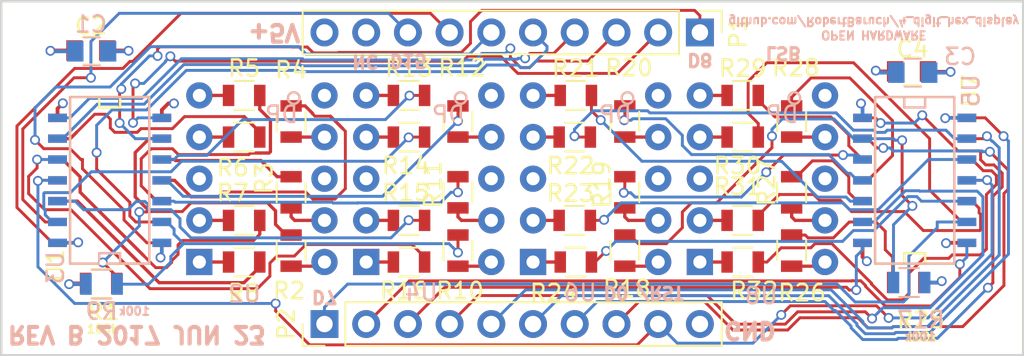
<source format=kicad_pcb>
(kicad_pcb (version 4) (host pcbnew 4.0.4-stable)
  (layers (0 F.Cu signal) (1 GNDREF power) (2 +5V power) (31 B.Cu signal) (34 B.Paste user) (35 F.Paste user) (36 B.SilkS user) (37 F.SilkS user) (38 B.Mask user) (39 F.Mask user) (44 Edge.Cuts user))
  (net 0 "")
  (net 1 /D15)
  (net 2 /D14)
  (net 3 /D13)
  (net 4 /D12)
  (net 5 /D11)
  (net 6 /D10)
  (net 7 /D9)
  (net 8 /D8)
  (net 9 /D7)
  (net 10 GNDREF)
  (net 11 /D6)
  (net 12 /D5)
  (net 13 /D4)
  (net 14 /D3)
  (net 15 /D2)
  (net 16 /D1)
  (net 17 /D0)
  (net 18 //RST)
  (net 19 +5V)
  (net 20 "Net-(R1-Pad2)")
  (net 21 "Net-(R2-Pad1)")
  (net 22 "Net-(R3-Pad1)")
  (net 23 "Net-(R3-Pad2)")
  (net 24 "Net-(R4-Pad1)")
  (net 25 "Net-(R4-Pad2)")
  (net 26 "Net-(R5-Pad1)")
  (net 27 "Net-(R5-Pad2)")
  (net 28 "Net-(R6-Pad1)")
  (net 29 "Net-(R6-Pad2)")
  (net 30 "Net-(R7-Pad1)")
  (net 31 "Net-(R7-Pad2)")
  (net 32 "Net-(R8-Pad1)")
  (net 33 "Net-(R8-Pad2)")
  (net 34 "Net-(R10-Pad2)")
  (net 35 "Net-(R10-Pad1)")
  (net 36 "Net-(R11-Pad1)")
  (net 37 "Net-(R11-Pad2)")
  (net 38 "Net-(R12-Pad1)")
  (net 39 "Net-(R12-Pad2)")
  (net 40 "Net-(R13-Pad1)")
  (net 41 "Net-(R13-Pad2)")
  (net 42 "Net-(R14-Pad1)")
  (net 43 "Net-(R14-Pad2)")
  (net 44 "Net-(R15-Pad1)")
  (net 45 "Net-(R15-Pad2)")
  (net 46 "Net-(R16-Pad1)")
  (net 47 "Net-(R16-Pad2)")
  (net 48 "Net-(R17-Pad2)")
  (net 49 "Net-(R18-Pad1)")
  (net 50 "Net-(R19-Pad1)")
  (net 51 "Net-(R19-Pad2)")
  (net 52 "Net-(R20-Pad1)")
  (net 53 "Net-(R20-Pad2)")
  (net 54 "Net-(R21-Pad1)")
  (net 55 "Net-(R21-Pad2)")
  (net 56 "Net-(R22-Pad1)")
  (net 57 "Net-(R22-Pad2)")
  (net 58 "Net-(R23-Pad1)")
  (net 59 "Net-(R23-Pad2)")
  (net 60 "Net-(R24-Pad1)")
  (net 61 "Net-(R24-Pad2)")
  (net 62 "Net-(R25-Pad2)")
  (net 63 "Net-(R26-Pad1)")
  (net 64 "Net-(R27-Pad1)")
  (net 65 "Net-(R27-Pad2)")
  (net 66 "Net-(R28-Pad1)")
  (net 67 "Net-(R28-Pad2)")
  (net 68 "Net-(R29-Pad1)")
  (net 69 "Net-(R29-Pad2)")
  (net 70 "Net-(R30-Pad1)")
  (net 71 "Net-(R30-Pad2)")
  (net 72 "Net-(R31-Pad1)")
  (net 73 "Net-(R31-Pad2)")
  (net 74 "Net-(R32-Pad1)")
  (net 75 "Net-(R32-Pad2)")
  (net 76 "Net-(U2-Pad6)")
  (net 77 "Net-(U4-Pad6)")
  (net 78 "Net-(U6-Pad6)")
  (net 79 "Net-(U8-Pad6)")
  (net 80 "Net-(P1-Pad9)")
  (module Pin_Headers:Pin_Header_Straight_1x10_Pitch2.54mm (layer F.Cu) (at 143.51 101.6 270)
    (fp_text reference P1 (at 0 -2.33 270) (layer F.SilkS))
    (fp_text value CONN_01X10)
    (pad 1 thru_hole rect (at 0 0 270) (size 1.7 1.7) (drill 1) (layers *.Cu *.Mask) (net 8 /D8))
    (pad 2 thru_hole oval (at 0 2.54 270) (size 1.7 1.7) (drill 1) (layers *.Cu *.Mask) (net 7 /D9))
    (pad 3 thru_hole oval (at 0 5.08 270) (size 1.7 1.7) (drill 1) (layers *.Cu *.Mask) (net 6 /D10))
    (pad 4 thru_hole oval (at 0 7.62 270) (size 1.7 1.7) (drill 1) (layers *.Cu *.Mask) (net 5 /D11))
    (pad 5 thru_hole oval (at 0 10.16 270) (size 1.7 1.7) (drill 1) (layers *.Cu *.Mask) (net 4 /D12))
    (pad 6 thru_hole oval (at 0 12.7 270) (size 1.7 1.7) (drill 1) (layers *.Cu *.Mask) (net 3 /D13))
    (pad 7 thru_hole oval (at 0 15.24 270) (size 1.7 1.7) (drill 1) (layers *.Cu *.Mask) (net 2 /D14))
    (pad 8 thru_hole oval (at 0 17.78 270) (size 1.7 1.7) (drill 1) (layers *.Cu *.Mask) (net 1 /D15))
    (pad 9 thru_hole oval (at 0 20.32 270) (size 1.7 1.7) (drill 1) (layers *.Cu *.Mask) (net 80 "Net-(P1-Pad9)"))
    (pad 10 thru_hole oval (at 0 22.86 270) (size 1.7 1.7) (drill 1) (layers *.Cu *.Mask) (net 19 +5V))
  )
  (module Pin_Headers:Pin_Header_Straight_1x10_Pitch2.54mm (layer F.Cu) (at 120.65 119.38 90)
    (fp_text reference P2 (at 0 -2.33 90) (layer F.SilkS))
    (fp_text value CONN_01X10)
    (pad 1 thru_hole rect (at 0 0 90) (size 1.7 1.7) (drill 1) (layers *.Cu *.Mask) (net 9 /D7))
    (pad 2 thru_hole oval (at 0 2.54 90) (size 1.7 1.7) (drill 1) (layers *.Cu *.Mask) (net 11 /D6))
    (pad 3 thru_hole oval (at 0 5.08 90) (size 1.7 1.7) (drill 1) (layers *.Cu *.Mask) (net 12 /D5))
    (pad 4 thru_hole oval (at 0 7.62 90) (size 1.7 1.7) (drill 1) (layers *.Cu *.Mask) (net 13 /D4))
    (pad 5 thru_hole oval (at 0 10.16 90) (size 1.7 1.7) (drill 1) (layers *.Cu *.Mask) (net 14 /D3))
    (pad 6 thru_hole oval (at 0 12.7 90) (size 1.7 1.7) (drill 1) (layers *.Cu *.Mask) (net 15 /D2))
    (pad 7 thru_hole oval (at 0 15.24 90) (size 1.7 1.7) (drill 1) (layers *.Cu *.Mask) (net 16 /D1))
    (pad 8 thru_hole oval (at 0 17.78 90) (size 1.7 1.7) (drill 1) (layers *.Cu *.Mask) (net 17 /D0))
    (pad 9 thru_hole oval (at 0 20.32 90) (size 1.7 1.7) (drill 1) (layers *.Cu *.Mask) (net 18 //RST))
    (pad 10 thru_hole oval (at 0 22.86 90) (size 1.7 1.7) (drill 1) (layers *.Cu *.Mask) (net 10 GNDREF))
  )
  (module Resistors_SMD:R_0805 (layer F.Cu) (at 107.05 116.9)
    (fp_text reference R1 (at 0.138 1.718) (layer F.SilkS))
    (fp_text value 100k)
    (pad 1 smd rect (at -0.95 0) (size 0.7 1.3) (layers F.Cu F.Paste F.Mask) (net 10 GNDREF))
    (pad 2 smd rect (at 0.95 0) (size 0.7 1.3) (layers F.Cu F.Paste F.Mask) (net 20 "Net-(R1-Pad2)"))
  )
  (module Resistors_SMD:R_0805 (layer F.Cu) (at 118.618 114.902472 90)
    (fp_text reference R2 (at -2.445528 -0.127 180) (layer F.SilkS))
    (fp_text value 3k3)
    (pad 1 smd rect (at -0.95 0 90) (size 0.7 1.3) (layers F.Cu F.Paste F.Mask) (net 21 "Net-(R2-Pad1)"))
    (pad 2 smd rect (at 0.95 0 90) (size 0.7 1.3) (layers F.Cu F.Paste F.Mask) (net 20 "Net-(R1-Pad2)"))
  )
  (module Resistors_SMD:R_0805 (layer F.Cu) (at 118.618 111.346472 90)
    (fp_text reference R3 (at 0.856472 -1.651 90) (layer F.SilkS))
    (fp_text value 3k3)
    (pad 1 smd rect (at -0.95 0 90) (size 0.7 1.3) (layers F.Cu F.Paste F.Mask) (net 22 "Net-(R3-Pad1)"))
    (pad 2 smd rect (at 0.95 0 90) (size 0.7 1.3) (layers F.Cu F.Paste F.Mask) (net 23 "Net-(R3-Pad2)"))
  )
  (module Resistors_SMD:R_0805 (layer F.Cu) (at 118.618 107.028472 90)
    (fp_text reference R4 (at 3.142472 0 180) (layer F.SilkS))
    (fp_text value 3k3)
    (pad 1 smd rect (at -0.95 0 90) (size 0.7 1.3) (layers F.Cu F.Paste F.Mask) (net 24 "Net-(R4-Pad1)"))
    (pad 2 smd rect (at 0.95 0 90) (size 0.7 1.3) (layers F.Cu F.Paste F.Mask) (net 25 "Net-(R4-Pad2)"))
  )
  (module Resistors_SMD:R_0805 (layer F.Cu) (at 115.758 105.438472)
    (fp_text reference R5 (at 0 -1.65) (layer F.SilkS))
    (fp_text value 3k3)
    (pad 1 smd rect (at -0.95 0) (size 0.7 1.3) (layers F.Cu F.Paste F.Mask) (net 26 "Net-(R5-Pad1)"))
    (pad 2 smd rect (at 0.95 0) (size 0.7 1.3) (layers F.Cu F.Paste F.Mask) (net 27 "Net-(R5-Pad2)"))
  )
  (module Resistors_SMD:R_0805 (layer F.Cu) (at 115.758 107.978472)
    (fp_text reference R6 (at -0.696 1.876528) (layer F.SilkS))
    (fp_text value 3k3)
    (pad 1 smd rect (at -0.95 0) (size 0.7 1.3) (layers F.Cu F.Paste F.Mask) (net 28 "Net-(R6-Pad1)"))
    (pad 2 smd rect (at 0.95 0) (size 0.7 1.3) (layers F.Cu F.Paste F.Mask) (net 29 "Net-(R6-Pad2)"))
  )
  (module Resistors_SMD:R_0805 (layer F.Cu) (at 115.758 113.058472)
    (fp_text reference R7 (at -0.696 -1.679472) (layer F.SilkS))
    (fp_text value 3k3)
    (pad 1 smd rect (at -0.95 0) (size 0.7 1.3) (layers F.Cu F.Paste F.Mask) (net 30 "Net-(R7-Pad1)"))
    (pad 2 smd rect (at 0.95 0) (size 0.7 1.3) (layers F.Cu F.Paste F.Mask) (net 31 "Net-(R7-Pad2)"))
  )
  (module Resistors_SMD:R_0805 (layer F.Cu) (at 115.758 115.598472)
    (fp_text reference R8 (at 0 1.876528) (layer F.SilkS))
    (fp_text value 3k3)
    (pad 1 smd rect (at -0.95 0) (size 0.7 1.3) (layers F.Cu F.Paste F.Mask) (net 32 "Net-(R8-Pad1)"))
    (pad 2 smd rect (at 0.95 0) (size 0.7 1.3) (layers F.Cu F.Paste F.Mask) (net 33 "Net-(R8-Pad2)"))
  )
  (module Resistors_SMD:R_0805 (layer B.Cu) (at 107.075 116.95)
    (fp_text reference R9 (at 0 1.65) (layer B.SilkS) (effects (justify mirror)))
    (fp_text value 100k)
    (pad 1 smd rect (at -0.95 0) (size 0.7 1.3) (layers B.Cu B.Paste B.Mask) (net 10 GNDREF))
    (pad 2 smd rect (at 0.95 0) (size 0.7 1.3) (layers B.Cu B.Paste B.Mask) (net 34 "Net-(R10-Pad2)"))
  )
  (module Resistors_SMD:R_0805 (layer F.Cu) (at 128.778 114.902472 90)
    (fp_text reference R10 (at -2.445528 0.127 180) (layer F.SilkS))
    (fp_text value 3k3)
    (pad 1 smd rect (at -0.95 0 90) (size 0.7 1.3) (layers F.Cu F.Paste F.Mask) (net 35 "Net-(R10-Pad1)"))
    (pad 2 smd rect (at 0.95 0 90) (size 0.7 1.3) (layers F.Cu F.Paste F.Mask) (net 34 "Net-(R10-Pad2)"))
  )
  (module Resistors_SMD:R_0805 (layer F.Cu) (at 128.778 111.346472 90)
    (fp_text reference R11 (at 0.475472 -1.524 90) (layer F.SilkS))
    (fp_text value 3k3)
    (pad 1 smd rect (at -0.95 0 90) (size 0.7 1.3) (layers F.Cu F.Paste F.Mask) (net 36 "Net-(R11-Pad1)"))
    (pad 2 smd rect (at 0.95 0 90) (size 0.7 1.3) (layers F.Cu F.Paste F.Mask) (net 37 "Net-(R11-Pad2)"))
  )
  (module Resistors_SMD:R_0805 (layer F.Cu) (at 128.778 107.028472 90)
    (fp_text reference R12 (at 3.269472 0.254 180) (layer F.SilkS))
    (fp_text value 3k3)
    (pad 1 smd rect (at -0.95 0 90) (size 0.7 1.3) (layers F.Cu F.Paste F.Mask) (net 38 "Net-(R12-Pad1)"))
    (pad 2 smd rect (at 0.95 0 90) (size 0.7 1.3) (layers F.Cu F.Paste F.Mask) (net 39 "Net-(R12-Pad2)"))
  )
  (module Resistors_SMD:R_0805 (layer F.Cu) (at 125.796 105.438472)
    (fp_text reference R13 (at 0 -1.65) (layer F.SilkS))
    (fp_text value 3k3)
    (pad 1 smd rect (at -0.95 0) (size 0.7 1.3) (layers F.Cu F.Paste F.Mask) (net 40 "Net-(R13-Pad1)"))
    (pad 2 smd rect (at 0.95 0) (size 0.7 1.3) (layers F.Cu F.Paste F.Mask) (net 41 "Net-(R13-Pad2)"))
  )
  (module Resistors_SMD:R_0805 (layer F.Cu) (at 125.796 107.978472)
    (fp_text reference R14 (at -0.193 1.749528) (layer F.SilkS))
    (fp_text value 3k3)
    (pad 1 smd rect (at -0.95 0) (size 0.7 1.3) (layers F.Cu F.Paste F.Mask) (net 42 "Net-(R14-Pad1)"))
    (pad 2 smd rect (at 0.95 0) (size 0.7 1.3) (layers F.Cu F.Paste F.Mask) (net 43 "Net-(R14-Pad2)"))
  )
  (module Resistors_SMD:R_0805 (layer F.Cu) (at 125.796 113.058472)
    (fp_text reference R15 (at -0.193 -1.679472) (layer F.SilkS))
    (fp_text value 3k3)
    (pad 1 smd rect (at -0.95 0) (size 0.7 1.3) (layers F.Cu F.Paste F.Mask) (net 44 "Net-(R15-Pad1)"))
    (pad 2 smd rect (at 0.95 0) (size 0.7 1.3) (layers F.Cu F.Paste F.Mask) (net 45 "Net-(R15-Pad2)"))
  )
  (module Resistors_SMD:R_0805 (layer F.Cu) (at 125.796 115.598472)
    (fp_text reference R16 (at -0.32 1.749528) (layer F.SilkS))
    (fp_text value 3k3)
    (pad 1 smd rect (at -0.95 0) (size 0.7 1.3) (layers F.Cu F.Paste F.Mask) (net 46 "Net-(R16-Pad1)"))
    (pad 2 smd rect (at 0.95 0) (size 0.7 1.3) (layers F.Cu F.Paste F.Mask) (net 47 "Net-(R16-Pad2)"))
  )
  (module Resistors_SMD:R_0805 (layer B.Cu) (at 156.25 116.85 180)
    (fp_text reference R17 (at -0.722 -2.276 180) (layer B.SilkS) (effects (justify mirror)))
    (fp_text value 100k)
    (pad 1 smd rect (at -0.95 0 180) (size 0.7 1.3) (layers B.Cu B.Paste B.Mask) (net 10 GNDREF))
    (pad 2 smd rect (at 0.95 0 180) (size 0.7 1.3) (layers B.Cu B.Paste B.Mask) (net 48 "Net-(R17-Pad2)"))
  )
  (module Resistors_SMD:R_0805 (layer F.Cu) (at 138.938 114.902472 90)
    (fp_text reference R18 (at -2.318528 0.127 180) (layer F.SilkS))
    (fp_text value 3k3)
    (pad 1 smd rect (at -0.95 0 90) (size 0.7 1.3) (layers F.Cu F.Paste F.Mask) (net 49 "Net-(R18-Pad1)"))
    (pad 2 smd rect (at 0.95 0 90) (size 0.7 1.3) (layers F.Cu F.Paste F.Mask) (net 48 "Net-(R17-Pad2)"))
  )
  (module Resistors_SMD:R_0805 (layer F.Cu) (at 138.938 111.346472 90)
    (fp_text reference R19 (at 0.475472 -1.397 90) (layer F.SilkS))
    (fp_text value 3k3)
    (pad 1 smd rect (at -0.95 0 90) (size 0.7 1.3) (layers F.Cu F.Paste F.Mask) (net 50 "Net-(R19-Pad1)"))
    (pad 2 smd rect (at 0.95 0 90) (size 0.7 1.3) (layers F.Cu F.Paste F.Mask) (net 51 "Net-(R19-Pad2)"))
  )
  (module Resistors_SMD:R_0805 (layer F.Cu) (at 138.938 107.028472 90)
    (fp_text reference R20 (at 3.269472 0.254 180) (layer F.SilkS))
    (fp_text value 3k3)
    (pad 1 smd rect (at -0.95 0 90) (size 0.7 1.3) (layers F.Cu F.Paste F.Mask) (net 52 "Net-(R20-Pad1)"))
    (pad 2 smd rect (at 0.95 0 90) (size 0.7 1.3) (layers F.Cu F.Paste F.Mask) (net 53 "Net-(R20-Pad2)"))
  )
  (module Resistors_SMD:R_0805 (layer F.Cu) (at 135.956 105.438472)
    (fp_text reference R21 (at 0 -1.65) (layer F.SilkS))
    (fp_text value 3k3)
    (pad 1 smd rect (at -0.95 0) (size 0.7 1.3) (layers F.Cu F.Paste F.Mask) (net 54 "Net-(R21-Pad1)"))
    (pad 2 smd rect (at 0.95 0) (size 0.7 1.3) (layers F.Cu F.Paste F.Mask) (net 55 "Net-(R21-Pad2)"))
  )
  (module Resistors_SMD:R_0805 (layer F.Cu) (at 135.89 107.978472)
    (fp_text reference R22 (at -0.254 1.749528) (layer F.SilkS))
    (fp_text value 3k3)
    (pad 1 smd rect (at -0.95 0) (size 0.7 1.3) (layers F.Cu F.Paste F.Mask) (net 56 "Net-(R22-Pad1)"))
    (pad 2 smd rect (at 0.95 0) (size 0.7 1.3) (layers F.Cu F.Paste F.Mask) (net 57 "Net-(R22-Pad2)"))
  )
  (module Resistors_SMD:R_0805 (layer F.Cu) (at 135.89 113.058472)
    (fp_text reference R23 (at -0.254 -1.65) (layer F.SilkS))
    (fp_text value 3k3)
    (pad 1 smd rect (at -0.95 0) (size 0.7 1.3) (layers F.Cu F.Paste F.Mask) (net 58 "Net-(R23-Pad1)"))
    (pad 2 smd rect (at 0.95 0) (size 0.7 1.3) (layers F.Cu F.Paste F.Mask) (net 59 "Net-(R23-Pad2)"))
  )
  (module Resistors_SMD:R_0805 (layer F.Cu) (at 135.956 115.598472)
    (fp_text reference R24 (at -1.336 1.876528) (layer F.SilkS))
    (fp_text value 3k3)
    (pad 1 smd rect (at -0.95 0) (size 0.7 1.3) (layers F.Cu F.Paste F.Mask) (net 60 "Net-(R24-Pad1)"))
    (pad 2 smd rect (at 0.95 0) (size 0.7 1.3) (layers F.Cu F.Paste F.Mask) (net 61 "Net-(R24-Pad2)"))
  )
  (module Resistors_SMD:R_0805 (layer F.Cu) (at 156.2 116.85 180)
    (fp_text reference R25 (at -0.772 -2.276 180) (layer F.SilkS))
    (fp_text value 100k)
    (pad 1 smd rect (at -0.95 0 180) (size 0.7 1.3) (layers F.Cu F.Paste F.Mask) (net 10 GNDREF))
    (pad 2 smd rect (at 0.95 0 180) (size 0.7 1.3) (layers F.Cu F.Paste F.Mask) (net 62 "Net-(R25-Pad2)"))
  )
  (module Resistors_SMD:R_0805 (layer F.Cu) (at 149.098 114.902472 90)
    (fp_text reference R26 (at -2.572528 0.635 180) (layer F.SilkS))
    (fp_text value 3k3)
    (pad 1 smd rect (at -0.95 0 90) (size 0.7 1.3) (layers F.Cu F.Paste F.Mask) (net 63 "Net-(R26-Pad1)"))
    (pad 2 smd rect (at 0.95 0 90) (size 0.7 1.3) (layers F.Cu F.Paste F.Mask) (net 62 "Net-(R25-Pad2)"))
  )
  (module Resistors_SMD:R_0805 (layer F.Cu) (at 149.098 111.346472 90)
    (fp_text reference R27 (at 0.602472 -1.524 90) (layer F.SilkS))
    (fp_text value 3k3)
    (pad 1 smd rect (at -0.95 0 90) (size 0.7 1.3) (layers F.Cu F.Paste F.Mask) (net 64 "Net-(R27-Pad1)"))
    (pad 2 smd rect (at 0.95 0 90) (size 0.7 1.3) (layers F.Cu F.Paste F.Mask) (net 65 "Net-(R27-Pad2)"))
  )
  (module Resistors_SMD:R_0805 (layer F.Cu) (at 149.098 107.028472 90)
    (fp_text reference R28 (at 3.269472 0.254 180) (layer F.SilkS))
    (fp_text value 3k3)
    (pad 1 smd rect (at -0.95 0 90) (size 0.7 1.3) (layers F.Cu F.Paste F.Mask) (net 66 "Net-(R28-Pad1)"))
    (pad 2 smd rect (at 0.95 0 90) (size 0.7 1.3) (layers F.Cu F.Paste F.Mask) (net 67 "Net-(R28-Pad2)"))
  )
  (module Resistors_SMD:R_0805 (layer F.Cu) (at 146.116 105.438472)
    (fp_text reference R29 (at 0 -1.65) (layer F.SilkS))
    (fp_text value 3k3)
    (pad 1 smd rect (at -0.95 0) (size 0.7 1.3) (layers F.Cu F.Paste F.Mask) (net 68 "Net-(R29-Pad1)"))
    (pad 2 smd rect (at 0.95 0) (size 0.7 1.3) (layers F.Cu F.Paste F.Mask) (net 69 "Net-(R29-Pad2)"))
  )
  (module Resistors_SMD:R_0805 (layer F.Cu) (at 146.116 107.978472)
    (fp_text reference R30 (at -0.32 1.749528) (layer F.SilkS))
    (fp_text value 3k3)
    (pad 1 smd rect (at -0.95 0) (size 0.7 1.3) (layers F.Cu F.Paste F.Mask) (net 70 "Net-(R30-Pad1)"))
    (pad 2 smd rect (at 0.95 0) (size 0.7 1.3) (layers F.Cu F.Paste F.Mask) (net 71 "Net-(R30-Pad2)"))
  )
  (module Resistors_SMD:R_0805 (layer F.Cu) (at 146.116 113.058472)
    (fp_text reference R31 (at -0.32 -2.060472) (layer F.SilkS))
    (fp_text value 3k3)
    (pad 1 smd rect (at -0.95 0) (size 0.7 1.3) (layers F.Cu F.Paste F.Mask) (net 72 "Net-(R31-Pad1)"))
    (pad 2 smd rect (at 0.95 0) (size 0.7 1.3) (layers F.Cu F.Paste F.Mask) (net 73 "Net-(R31-Pad2)"))
  )
  (module Resistors_SMD:R_0805 (layer F.Cu) (at 146.116 115.598472)
    (fp_text reference R32 (at 0.696 1.749528) (layer F.SilkS))
    (fp_text value 3k3)
    (pad 1 smd rect (at -0.95 0) (size 0.7 1.3) (layers F.Cu F.Paste F.Mask) (net 74 "Net-(R32-Pad1)"))
    (pad 2 smd rect (at 0.95 0) (size 0.7 1.3) (layers F.Cu F.Paste F.Mask) (net 75 "Net-(R32-Pad2)"))
  )
  (module SMD_Packages:SOIC-14_N (layer F.Cu) (at 107.696 110.617 270)
    (fp_text reference U1 (at 5.207 3.429 270) (layer F.SilkS))
    (fp_text value ATTINY84A-SS)
    (pad 1 smd rect (at -3.81 3.302 270) (size 0.508 1.143) (layers F.Cu F.Paste F.Mask) (net 19 +5V))
    (pad 2 smd rect (at -2.54 3.302 270) (size 0.508 1.143) (layers F.Cu F.Paste F.Mask) (net 29 "Net-(R6-Pad2)"))
    (pad 3 smd rect (at -1.27 3.302 270) (size 0.508 1.143) (layers F.Cu F.Paste F.Mask) (net 31 "Net-(R7-Pad2)"))
    (pad 4 smd rect (at 0 3.302 270) (size 0.508 1.143) (layers F.Cu F.Paste F.Mask) (net 18 //RST))
    (pad 5 smd rect (at 1.27 3.302 270) (size 0.508 1.143) (layers F.Cu F.Paste F.Mask) (net 33 "Net-(R8-Pad2)"))
    (pad 6 smd rect (at 2.54 3.302 270) (size 0.508 1.143) (layers F.Cu F.Paste F.Mask) (net 1 /D15))
    (pad 7 smd rect (at 3.81 3.302 270) (size 0.508 1.143) (layers F.Cu F.Paste F.Mask) (net 2 /D14))
    (pad 8 smd rect (at 3.81 -3.048 270) (size 0.508 1.143) (layers F.Cu F.Paste F.Mask) (net 3 /D13))
    (pad 9 smd rect (at 2.54 -3.048 270) (size 0.508 1.143) (layers F.Cu F.Paste F.Mask) (net 4 /D12))
    (pad 11 smd rect (at 0 -3.048 270) (size 0.508 1.143) (layers F.Cu F.Paste F.Mask) (net 25 "Net-(R4-Pad2)"))
    (pad 12 smd rect (at -1.27 -3.048 270) (size 0.508 1.143) (layers F.Cu F.Paste F.Mask) (net 23 "Net-(R3-Pad2)"))
    (pad 13 smd rect (at -2.54 -3.048 270) (size 0.508 1.143) (layers F.Cu F.Paste F.Mask) (net 20 "Net-(R1-Pad2)"))
    (pad 14 smd rect (at -3.81 -3.048 270) (size 0.508 1.143) (layers F.Cu F.Paste F.Mask) (net 10 GNDREF))
    (pad 10 smd rect (at 1.27 -3.048 270) (size 0.508 1.143) (layers F.Cu F.Paste F.Mask) (net 27 "Net-(R5-Pad2)"))
  )
  (module 9900:TDSR10 (layer B.Cu) (at 113.03 115.598472)
    (fp_text reference U2 (at 2.7432 1.952728 180) (layer B.SilkS) (effects (justify mirror)))
    (fp_text value TDSR1060)
    (fp_text user DP (at 5 -9) (layer B.SilkS) (effects (justify mirror)))
    (pad 1 thru_hole rect (at 0 0) (size 1.6 1.6) (drill 0.8) (layers *.Cu *.Mask) (net 32 "Net-(R8-Pad1)"))
    (pad 6 thru_hole oval (at 7.62 -10.16) (size 1.6 1.6) (drill 0.8) (layers *.Cu *.Mask) (net 76 "Net-(U2-Pad6)"))
    (pad 2 thru_hole oval (at 0 -2.54) (size 1.6 1.6) (drill 0.8) (layers *.Cu *.Mask) (net 30 "Net-(R7-Pad1)"))
    (pad 7 thru_hole oval (at 7.62 -7.62) (size 1.6 1.6) (drill 0.8) (layers *.Cu *.Mask) (net 24 "Net-(R4-Pad1)"))
    (pad 3 thru_hole oval (at 0 -5.08) (size 1.6 1.6) (drill 0.8) (layers *.Cu *.Mask) (net 10 GNDREF))
    (pad 8 thru_hole oval (at 7.62 -5.08) (size 1.6 1.6) (drill 0.8) (layers *.Cu *.Mask) (net 10 GNDREF))
    (pad 4 thru_hole oval (at 0 -7.62) (size 1.6 1.6) (drill 0.8) (layers *.Cu *.Mask) (net 28 "Net-(R6-Pad1)"))
    (pad 9 thru_hole oval (at 7.62 -2.54) (size 1.6 1.6) (drill 0.8) (layers *.Cu *.Mask) (net 22 "Net-(R3-Pad1)"))
    (pad 5 thru_hole oval (at 0 -10.16) (size 1.6 1.6) (drill 0.8) (layers *.Cu *.Mask) (net 26 "Net-(R5-Pad1)"))
    (pad 10 thru_hole oval (at 7.62 0) (size 1.6 1.6) (drill 0.8) (layers *.Cu *.Mask) (net 21 "Net-(R2-Pad1)"))
  )
  (module SMD_Packages:SOIC-14_N (layer B.Cu) (at 107.696 110.617 90)
    (fp_text reference U3 (at -5.334 -3.429 90) (layer B.SilkS) (effects (justify mirror)))
    (fp_text value ATTINY84A-SS)
    (pad 1 smd rect (at -3.81 -3.302 90) (size 0.508 1.143) (layers B.Cu B.Paste B.Mask) (net 19 +5V))
    (pad 2 smd rect (at -2.54 -3.302 90) (size 0.508 1.143) (layers B.Cu B.Paste B.Mask) (net 43 "Net-(R14-Pad2)"))
    (pad 3 smd rect (at -1.27 -3.302 90) (size 0.508 1.143) (layers B.Cu B.Paste B.Mask) (net 45 "Net-(R15-Pad2)"))
    (pad 4 smd rect (at 0 -3.302 90) (size 0.508 1.143) (layers B.Cu B.Paste B.Mask) (net 18 //RST))
    (pad 5 smd rect (at 1.27 -3.302 90) (size 0.508 1.143) (layers B.Cu B.Paste B.Mask) (net 47 "Net-(R16-Pad2)"))
    (pad 6 smd rect (at 2.54 -3.302 90) (size 0.508 1.143) (layers B.Cu B.Paste B.Mask) (net 5 /D11))
    (pad 7 smd rect (at 3.81 -3.302 90) (size 0.508 1.143) (layers B.Cu B.Paste B.Mask) (net 6 /D10))
    (pad 8 smd rect (at 3.81 3.048 90) (size 0.508 1.143) (layers B.Cu B.Paste B.Mask) (net 7 /D9))
    (pad 9 smd rect (at 2.54 3.048 90) (size 0.508 1.143) (layers B.Cu B.Paste B.Mask) (net 8 /D8))
    (pad 11 smd rect (at 0 3.048 90) (size 0.508 1.143) (layers B.Cu B.Paste B.Mask) (net 39 "Net-(R12-Pad2)"))
    (pad 12 smd rect (at -1.27 3.048 90) (size 0.508 1.143) (layers B.Cu B.Paste B.Mask) (net 37 "Net-(R11-Pad2)"))
    (pad 13 smd rect (at -2.54 3.048 90) (size 0.508 1.143) (layers B.Cu B.Paste B.Mask) (net 34 "Net-(R10-Pad2)"))
    (pad 14 smd rect (at -3.81 3.048 90) (size 0.508 1.143) (layers B.Cu B.Paste B.Mask) (net 10 GNDREF))
    (pad 10 smd rect (at 1.27 3.048 90) (size 0.508 1.143) (layers B.Cu B.Paste B.Mask) (net 41 "Net-(R13-Pad2)"))
  )
  (module 9900:TDSR10 (layer B.Cu) (at 123.19 115.598472)
    (fp_text reference U4 (at 3.3528 1.851128 180) (layer B.SilkS) (effects (justify mirror)))
    (fp_text value TDSR1060)
    (fp_text user DP (at 5 -9) (layer B.SilkS) (effects (justify mirror)))
    (pad 1 thru_hole rect (at 0 0) (size 1.6 1.6) (drill 0.8) (layers *.Cu *.Mask) (net 46 "Net-(R16-Pad1)"))
    (pad 6 thru_hole oval (at 7.62 -10.16) (size 1.6 1.6) (drill 0.8) (layers *.Cu *.Mask) (net 77 "Net-(U4-Pad6)"))
    (pad 2 thru_hole oval (at 0 -2.54) (size 1.6 1.6) (drill 0.8) (layers *.Cu *.Mask) (net 44 "Net-(R15-Pad1)"))
    (pad 7 thru_hole oval (at 7.62 -7.62) (size 1.6 1.6) (drill 0.8) (layers *.Cu *.Mask) (net 38 "Net-(R12-Pad1)"))
    (pad 3 thru_hole oval (at 0 -5.08) (size 1.6 1.6) (drill 0.8) (layers *.Cu *.Mask) (net 10 GNDREF))
    (pad 8 thru_hole oval (at 7.62 -5.08) (size 1.6 1.6) (drill 0.8) (layers *.Cu *.Mask) (net 10 GNDREF))
    (pad 4 thru_hole oval (at 0 -7.62) (size 1.6 1.6) (drill 0.8) (layers *.Cu *.Mask) (net 42 "Net-(R14-Pad1)"))
    (pad 9 thru_hole oval (at 7.62 -2.54) (size 1.6 1.6) (drill 0.8) (layers *.Cu *.Mask) (net 36 "Net-(R11-Pad1)"))
    (pad 5 thru_hole oval (at 0 -10.16) (size 1.6 1.6) (drill 0.8) (layers *.Cu *.Mask) (net 40 "Net-(R13-Pad1)"))
    (pad 10 thru_hole oval (at 7.62 0) (size 1.6 1.6) (drill 0.8) (layers *.Cu *.Mask) (net 35 "Net-(R10-Pad1)"))
  )
  (module SMD_Packages:SOIC-14_N (layer B.Cu) (at 156.464 110.617 270)
    (fp_text reference U5 (at -5.461 -3.556 270) (layer B.SilkS) (effects (justify mirror)))
    (fp_text value ATTINY84A-SS)
    (pad 1 smd rect (at -3.81 -3.302 270) (size 0.508 1.143) (layers B.Cu B.Paste B.Mask) (net 19 +5V))
    (pad 2 smd rect (at -2.54 -3.302 270) (size 0.508 1.143) (layers B.Cu B.Paste B.Mask) (net 57 "Net-(R22-Pad2)"))
    (pad 3 smd rect (at -1.27 -3.302 270) (size 0.508 1.143) (layers B.Cu B.Paste B.Mask) (net 59 "Net-(R23-Pad2)"))
    (pad 4 smd rect (at 0 -3.302 270) (size 0.508 1.143) (layers B.Cu B.Paste B.Mask) (net 18 //RST))
    (pad 5 smd rect (at 1.27 -3.302 270) (size 0.508 1.143) (layers B.Cu B.Paste B.Mask) (net 61 "Net-(R24-Pad2)"))
    (pad 6 smd rect (at 2.54 -3.302 270) (size 0.508 1.143) (layers B.Cu B.Paste B.Mask) (net 9 /D7))
    (pad 7 smd rect (at 3.81 -3.302 270) (size 0.508 1.143) (layers B.Cu B.Paste B.Mask) (net 11 /D6))
    (pad 8 smd rect (at 3.81 3.048 270) (size 0.508 1.143) (layers B.Cu B.Paste B.Mask) (net 12 /D5))
    (pad 9 smd rect (at 2.54 3.048 270) (size 0.508 1.143) (layers B.Cu B.Paste B.Mask) (net 13 /D4))
    (pad 11 smd rect (at 0 3.048 270) (size 0.508 1.143) (layers B.Cu B.Paste B.Mask) (net 53 "Net-(R20-Pad2)"))
    (pad 12 smd rect (at -1.27 3.048 270) (size 0.508 1.143) (layers B.Cu B.Paste B.Mask) (net 51 "Net-(R19-Pad2)"))
    (pad 13 smd rect (at -2.54 3.048 270) (size 0.508 1.143) (layers B.Cu B.Paste B.Mask) (net 48 "Net-(R17-Pad2)"))
    (pad 14 smd rect (at -3.81 3.048 270) (size 0.508 1.143) (layers B.Cu B.Paste B.Mask) (net 10 GNDREF))
    (pad 10 smd rect (at 1.27 3.048 270) (size 0.508 1.143) (layers B.Cu B.Paste B.Mask) (net 55 "Net-(R21-Pad2)"))
  )
  (module 9900:TDSR10 (layer B.Cu) (at 133.35 115.598472)
    (fp_text reference U6 (at 2.8702 1.876528) (layer B.SilkS) (effects (justify mirror)))
    (fp_text value TDSR1060)
    (fp_text user DP (at 5 -9) (layer B.SilkS) (effects (justify mirror)))
    (pad 1 thru_hole rect (at 0 0) (size 1.6 1.6) (drill 0.8) (layers *.Cu *.Mask) (net 60 "Net-(R24-Pad1)"))
    (pad 6 thru_hole oval (at 7.62 -10.16) (size 1.6 1.6) (drill 0.8) (layers *.Cu *.Mask) (net 78 "Net-(U6-Pad6)"))
    (pad 2 thru_hole oval (at 0 -2.54) (size 1.6 1.6) (drill 0.8) (layers *.Cu *.Mask) (net 58 "Net-(R23-Pad1)"))
    (pad 7 thru_hole oval (at 7.62 -7.62) (size 1.6 1.6) (drill 0.8) (layers *.Cu *.Mask) (net 52 "Net-(R20-Pad1)"))
    (pad 3 thru_hole oval (at 0 -5.08) (size 1.6 1.6) (drill 0.8) (layers *.Cu *.Mask) (net 10 GNDREF))
    (pad 8 thru_hole oval (at 7.62 -5.08) (size 1.6 1.6) (drill 0.8) (layers *.Cu *.Mask) (net 10 GNDREF))
    (pad 4 thru_hole oval (at 0 -7.62) (size 1.6 1.6) (drill 0.8) (layers *.Cu *.Mask) (net 56 "Net-(R22-Pad1)"))
    (pad 9 thru_hole oval (at 7.62 -2.54) (size 1.6 1.6) (drill 0.8) (layers *.Cu *.Mask) (net 50 "Net-(R19-Pad1)"))
    (pad 5 thru_hole oval (at 0 -10.16) (size 1.6 1.6) (drill 0.8) (layers *.Cu *.Mask) (net 54 "Net-(R21-Pad1)"))
    (pad 10 thru_hole oval (at 7.62 0) (size 1.6 1.6) (drill 0.8) (layers *.Cu *.Mask) (net 49 "Net-(R18-Pad1)"))
  )
  (module SMD_Packages:SOIC-14_N (layer F.Cu) (at 156.464 110.617 90)
    (fp_text reference U7 (at 5.461 3.556 90) (layer F.SilkS))
    (fp_text value ATTINY84A-SS)
    (pad 1 smd rect (at -3.81 3.302 90) (size 0.508 1.143) (layers F.Cu F.Paste F.Mask) (net 19 +5V))
    (pad 2 smd rect (at -2.54 3.302 90) (size 0.508 1.143) (layers F.Cu F.Paste F.Mask) (net 71 "Net-(R30-Pad2)"))
    (pad 3 smd rect (at -1.27 3.302 90) (size 0.508 1.143) (layers F.Cu F.Paste F.Mask) (net 73 "Net-(R31-Pad2)"))
    (pad 4 smd rect (at 0 3.302 90) (size 0.508 1.143) (layers F.Cu F.Paste F.Mask) (net 18 //RST))
    (pad 5 smd rect (at 1.27 3.302 90) (size 0.508 1.143) (layers F.Cu F.Paste F.Mask) (net 75 "Net-(R32-Pad2)"))
    (pad 6 smd rect (at 2.54 3.302 90) (size 0.508 1.143) (layers F.Cu F.Paste F.Mask) (net 14 /D3))
    (pad 7 smd rect (at 3.81 3.302 90) (size 0.508 1.143) (layers F.Cu F.Paste F.Mask) (net 15 /D2))
    (pad 8 smd rect (at 3.81 -3.048 90) (size 0.508 1.143) (layers F.Cu F.Paste F.Mask) (net 16 /D1))
    (pad 9 smd rect (at 2.54 -3.048 90) (size 0.508 1.143) (layers F.Cu F.Paste F.Mask) (net 17 /D0))
    (pad 11 smd rect (at 0 -3.048 90) (size 0.508 1.143) (layers F.Cu F.Paste F.Mask) (net 67 "Net-(R28-Pad2)"))
    (pad 12 smd rect (at -1.27 -3.048 90) (size 0.508 1.143) (layers F.Cu F.Paste F.Mask) (net 65 "Net-(R27-Pad2)"))
    (pad 13 smd rect (at -2.54 -3.048 90) (size 0.508 1.143) (layers F.Cu F.Paste F.Mask) (net 62 "Net-(R25-Pad2)"))
    (pad 14 smd rect (at -3.81 -3.048 90) (size 0.508 1.143) (layers F.Cu F.Paste F.Mask) (net 10 GNDREF))
    (pad 10 smd rect (at 1.27 -3.048 90) (size 0.508 1.143) (layers F.Cu F.Paste F.Mask) (net 69 "Net-(R29-Pad2)"))
  )
  (module 9900:TDSR10 (layer B.Cu) (at 143.51 115.598472)
    (fp_text reference U8 (at 3.7338 2.054328 180) (layer B.SilkS) (effects (justify mirror)))
    (fp_text value TDSR1060)
    (fp_text user DP (at 5 -9) (layer B.SilkS) (effects (justify mirror)))
    (pad 1 thru_hole rect (at 0 0) (size 1.6 1.6) (drill 0.8) (layers *.Cu *.Mask) (net 74 "Net-(R32-Pad1)"))
    (pad 6 thru_hole oval (at 7.62 -10.16) (size 1.6 1.6) (drill 0.8) (layers *.Cu *.Mask) (net 79 "Net-(U8-Pad6)"))
    (pad 2 thru_hole oval (at 0 -2.54) (size 1.6 1.6) (drill 0.8) (layers *.Cu *.Mask) (net 72 "Net-(R31-Pad1)"))
    (pad 7 thru_hole oval (at 7.62 -7.62) (size 1.6 1.6) (drill 0.8) (layers *.Cu *.Mask) (net 66 "Net-(R28-Pad1)"))
    (pad 3 thru_hole oval (at 0 -5.08) (size 1.6 1.6) (drill 0.8) (layers *.Cu *.Mask) (net 10 GNDREF))
    (pad 8 thru_hole oval (at 7.62 -5.08) (size 1.6 1.6) (drill 0.8) (layers *.Cu *.Mask) (net 10 GNDREF))
    (pad 4 thru_hole oval (at 0 -7.62) (size 1.6 1.6) (drill 0.8) (layers *.Cu *.Mask) (net 70 "Net-(R30-Pad1)"))
    (pad 9 thru_hole oval (at 7.62 -2.54) (size 1.6 1.6) (drill 0.8) (layers *.Cu *.Mask) (net 64 "Net-(R27-Pad1)"))
    (pad 5 thru_hole oval (at 0 -10.16) (size 1.6 1.6) (drill 0.8) (layers *.Cu *.Mask) (net 68 "Net-(R29-Pad1)"))
    (pad 10 thru_hole oval (at 7.62 0) (size 1.6 1.6) (drill 0.8) (layers *.Cu *.Mask) (net 63 "Net-(R26-Pad1)"))
  )
  (module Capacitors_SMD:C_0805 (layer B.Cu) (at 106.475 102.75)
    (fp_text reference C1 (at -0.049 -1.658) (layer B.SilkS) (effects (justify mirror)))
    (fp_text value C)
    (pad 1 smd rect (at -1 0) (size 1 1.25) (layers B.Cu B.Paste B.Mask) (net 19 +5V))
    (pad 2 smd rect (at 1 0) (size 1 1.25) (layers B.Cu B.Paste B.Mask) (net 10 GNDREF))
  )
  (module Capacitors_SMD:C_0805 (layer F.Cu) (at 106.425 102.7)
    (fp_text reference C2 (at 0 -1.5) (layer F.SilkS))
    (fp_text value C)
    (pad 1 smd rect (at -1 0) (size 1 1.25) (layers F.Cu F.Paste F.Mask) (net 19 +5V))
    (pad 2 smd rect (at 1 0) (size 1 1.25) (layers F.Cu F.Paste F.Mask) (net 10 GNDREF))
  )
  (module Capacitors_SMD:C_0805 (layer B.Cu) (at 156.475 104.05 180)
    (fp_text reference C3 (at -2.8846 0.9768 180) (layer B.SilkS) (effects (justify mirror)))
    (fp_text value C)
    (pad 1 smd rect (at -1 0 180) (size 1 1.25) (layers B.Cu B.Paste B.Mask) (net 19 +5V))
    (pad 2 smd rect (at 1 0 180) (size 1 1.25) (layers B.Cu B.Paste B.Mask) (net 10 GNDREF))
  )
  (module Capacitors_SMD:C_0805 (layer F.Cu) (at 156.4 103.975 180)
    (fp_text reference C4 (at -0.064 1.359 180) (layer F.SilkS))
    (fp_text value C)
    (pad 1 smd rect (at -1 0 180) (size 1 1.25) (layers F.Cu F.Paste F.Mask) (net 19 +5V))
    (pad 2 smd rect (at 1 0 180) (size 1 1.25) (layers F.Cu F.Paste F.Mask) (net 10 GNDREF))
  )
  (gr_text NC (at 123.1392 103.378 180) (layer B.SilkS) (effects (font (size 0.762 0.762) (thickness 0.1905)) (justify mirror)))
  (gr_text 100k (at 157.0228 120.1674) (layer F.SilkS) (effects (font (size 0.508 0.508) (thickness 0.127))))
  (gr_text 100k (at 107.1372 119.6848) (layer F.SilkS) (effects (font (size 0.508 0.508) (thickness 0.127))))
  (gr_text 100k (at 109.0676 118.5926 360) (layer B.SilkS) (effects (font (size 0.508 0.508) (thickness 0.127)) (justify mirror)))
  (gr_text 100k (at 156.9212 120.142 360) (layer B.SilkS) (effects (font (size 0.508 0.508) (thickness 0.127)) (justify mirror)))
  (gr_text "OPEN HARDWARE\ngithub.com/RobertBaruch/4_digit_hex_display" (at 154.1018 101.346 180) (layer B.SilkS) (effects (font (size 0.508 0.508) (thickness 0.127)) (justify mirror)))
  (gr_text /RST (at 141.0716 117.475 180) (layer B.SilkS) (effects (font (size 0.762 0.762) (thickness 0.1905)) (justify mirror)))
  (gr_text D7 (at 120.65 117.729 180) (layer B.SilkS) (effects (font (size 0.762 0.762) (thickness 0.1905)) (justify mirror)))
  (gr_text D15 (at 125.7554 103.3272 180) (layer B.SilkS) (effects (font (size 0.762 0.762) (thickness 0.1905)) (justify mirror)))
  (gr_text D8 (at 143.51 103.2764 180) (layer B.SilkS) (effects (font (size 0.762 0.762) (thickness 0.1905)) (justify mirror)))
  (gr_text D0 (at 138.4046 117.475 180) (layer B.SilkS) (effects (font (size 0.762 0.762) (thickness 0.1905)) (justify mirror)))
  (gr_text "REV B 2017 JUN 23" (at 109.22 120.015 180) (layer B.SilkS) (effects (font (size 1.016 1.016) (thickness 0.254)) (justify mirror)))
  (gr_line (start 100.965 99.695) (end 145.415 99.695) (layer Edge.Cuts) (width 0.15))
  (gr_line (start 100.965 121.285) (end 100.965 99.695) (layer Edge.Cuts) (width 0.15))
  (gr_line (start 163.195 121.285) (end 100.965 121.285) (layer Edge.Cuts) (width 0.15))
  (gr_line (start 163.195 99.695) (end 163.195 121.285) (layer Edge.Cuts) (width 0.15))
  (gr_line (start 145.415 99.695) (end 163.195 99.695) (layer Edge.Cuts) (width 0.15))
  (gr_text GND (at 146.558 119.761 180) (layer B.SilkS) (effects (font (size 1.016 1.016) (thickness 0.254)) (justify mirror)))
  (gr_text +5V (at 117.5766 101.6 180) (layer B.SilkS) (effects (font (size 1.016 1.016) (thickness 0.254)) (justify mirror)))
  (gr_text LSB (at 148.59 102.87 180) (layer B.SilkS) (effects (font (size 0.762 0.762) (thickness 0.1905)) (justify mirror)))
  (segment (start 124.562499 100.432499) (end 108.14721 100.432499) (width 0.1778) (layer B.Cu) (net 1))
  (segment (start 106.426 102.153709) (end 106.426 104.36069) (width 0.1778) (layer B.Cu) (net 1))
  (segment (start 102.277687 111.789987) (end 102.277687 107.483593) (width 0.1778) (layer F.Cu) (net 1))
  (segment (start 105.40059 104.36069) (end 106.426 104.36069) (width 0.1778) (layer F.Cu) (net 1))
  (segment (start 104.394 113.157) (end 103.6447 113.157) (width 0.1778) (layer F.Cu) (net 1))
  (segment (start 108.14721 100.432499) (end 106.426 102.153709) (width 0.1778) (layer B.Cu) (net 1))
  (segment (start 102.277687 107.483593) (end 105.40059 104.36069) (width 0.1778) (layer F.Cu) (net 1))
  (segment (start 125.73 101.6) (end 124.562499 100.432499) (width 0.1778) (layer B.Cu) (net 1))
  (segment (start 103.6447 113.157) (end 102.277687 111.789987) (width 0.1778) (layer F.Cu) (net 1))
  (via (at 106.426 104.36069) (size 0.6) (drill 0.4) (layers F.Cu B.Cu) (net 1))
  (segment (start 108.802983 103.366701) (end 108.375696 103.793988) (width 0.1778) (layer F.Cu) (net 2))
  (segment (start 108.977299 103.366701) (end 108.802983 103.366701) (width 0.1778) (layer F.Cu) (net 2))
  (segment (start 111.911501 100.432499) (end 108.977299 103.366701) (width 0.1778) (layer F.Cu) (net 2))
  (segment (start 104.0765 114.427) (end 104.394 114.427) (width 0.1778) (layer F.Cu) (net 2))
  (segment (start 127.102499 100.432499) (end 111.911501 100.432499) (width 0.1778) (layer F.Cu) (net 2))
  (segment (start 105.431012 103.793988) (end 101.922076 107.302924) (width 0.1778) (layer F.Cu) (net 2))
  (segment (start 128.27 101.6) (end 127.102499 100.432499) (width 0.1778) (layer F.Cu) (net 2))
  (segment (start 101.922076 112.272576) (end 104.0765 114.427) (width 0.1778) (layer F.Cu) (net 2))
  (segment (start 108.375696 103.793988) (end 105.431012 103.793988) (width 0.1778) (layer F.Cu) (net 2))
  (segment (start 101.922076 107.302924) (end 101.922076 112.272576) (width 0.1778) (layer F.Cu) (net 2))
  (segment (start 119.5324 102.9208) (end 129.4892 102.9208) (width 0.1778) (layer B.Cu) (net 3))
  (segment (start 129.4892 102.9208) (end 130.81 101.6) (width 0.1778) (layer B.Cu) (net 3))
  (segment (start 119.0752 102.4636) (end 119.5324 102.9208) (width 0.1778) (layer B.Cu) (net 3))
  (segment (start 110.0582 102.4636) (end 119.0752 102.4636) (width 0.1778) (layer B.Cu) (net 3))
  (segment (start 107.5944 104.9274) (end 110.0582 102.4636) (width 0.1778) (layer B.Cu) (net 3))
  (segment (start 104.2924 104.9274) (end 107.5944 104.9274) (width 0.1778) (layer B.Cu) (net 3))
  (segment (start 103.0478 106.172) (end 104.2924 104.9274) (width 0.1778) (layer B.Cu) (net 3))
  (segment (start 103.0224 108.1532) (end 103.0224 106.172) (width 0.1778) (layer B.Cu) (net 3))
  (segment (start 103.0224 106.172) (end 103.0478 106.172) (width 0.1778) (layer B.Cu) (net 3))
  (via (at 103.0224 108.1532) (size 0.6) (drill 0.4) (layers F.Cu B.Cu) (net 3))
  (segment (start 105.156 108.6866) (end 103.5558 108.6866) (width 0.1778) (layer F.Cu) (net 3))
  (segment (start 103.5558 108.6866) (end 103.0224 108.1532) (width 0.1778) (layer F.Cu) (net 3))
  (segment (start 105.8164 109.347) (end 105.156 108.6866) (width 0.1778) (layer F.Cu) (net 3))
  (segment (start 105.913226 109.913726) (end 105.913226 109.347) (width 0.1778) (layer F.Cu) (net 3))
  (segment (start 105.913226 109.347) (end 105.8164 109.347) (width 0.1778) (layer F.Cu) (net 3))
  (segment (start 109.835362 114.427) (end 108.442444 113.034082) (width 0.1778) (layer F.Cu) (net 3))
  (segment (start 110.744 114.427) (end 109.835362 114.427) (width 0.1778) (layer F.Cu) (net 3))
  (segment (start 108.442444 112.442946) (end 105.913226 109.913726) (width 0.1778) (layer F.Cu) (net 3))
  (segment (start 108.442444 113.034082) (end 108.442444 112.442946) (width 0.1778) (layer F.Cu) (net 3))
  (segment (start 134.199999 102.449999) (end 133.35 101.6) (width 0.1778) (layer B.Cu) (net 4))
  (segment (start 109.81883 106.325708) (end 112.233107 103.911431) (width 0.1778) (layer B.Cu) (net 4))
  (segment (start 134.199999 102.680921) (end 134.199999 102.449999) (width 0.1778) (layer B.Cu) (net 4))
  (segment (start 133.139418 103.741502) (end 134.199999 102.680921) (width 0.1778) (layer B.Cu) (net 4))
  (segment (start 132.595382 103.741502) (end 133.139418 103.741502) (width 0.1778) (layer B.Cu) (net 4))
  (segment (start 130.535704 103.586222) (end 132.440102 103.586222) (width 0.1778) (layer B.Cu) (net 4))
  (segment (start 130.134294 103.987633) (end 130.535704 103.586222) (width 0.1778) (layer B.Cu) (net 4))
  (segment (start 106.775 108.925) (end 106.775 107.259559) (width 0.1778) (layer B.Cu) (net 4))
  (segment (start 119.090506 103.987633) (end 130.134294 103.987633) (width 0.1778) (layer B.Cu) (net 4))
  (segment (start 112.233107 103.911431) (end 119.014304 103.911431) (width 0.1778) (layer B.Cu) (net 4))
  (segment (start 107.708851 106.325708) (end 109.81883 106.325708) (width 0.1778) (layer B.Cu) (net 4))
  (segment (start 132.440102 103.586222) (end 132.595382 103.741502) (width 0.1778) (layer B.Cu) (net 4))
  (segment (start 119.014304 103.911431) (end 119.090506 103.987633) (width 0.1778) (layer B.Cu) (net 4))
  (segment (start 106.775 107.259559) (end 107.708851 106.325708) (width 0.1778) (layer B.Cu) (net 4))
  (segment (start 108.798055 112.79499) (end 108.798055 111.960355) (width 0.1778) (layer F.Cu) (net 4))
  (segment (start 106.775 109.9373) (end 106.775 108.925) (width 0.1778) (layer F.Cu) (net 4))
  (segment (start 110.744 113.157) (end 109.160065 113.157) (width 0.1778) (layer F.Cu) (net 4))
  (segment (start 108.798055 111.960355) (end 106.775 109.9373) (width 0.1778) (layer F.Cu) (net 4))
  (segment (start 109.160065 113.157) (end 108.798055 112.79499) (width 0.1778) (layer F.Cu) (net 4))
  (via (at 106.775 108.925) (size 0.6) (drill 0.4) (layers F.Cu B.Cu) (net 4))
  (segment (start 112.085809 103.55582) (end 119.161602 103.55582) (width 0.1778) (layer B.Cu) (net 5))
  (segment (start 130.388407 103.230611) (end 132.387325 103.230611) (width 0.1778) (layer B.Cu) (net 5))
  (segment (start 119.237804 103.632022) (end 129.986996 103.632022) (width 0.1778) (layer B.Cu) (net 5))
  (segment (start 129.986996 103.632022) (end 130.388407 103.230611) (width 0.1778) (layer B.Cu) (net 5))
  (segment (start 109.671532 105.970097) (end 112.085809 103.55582) (width 0.1778) (layer B.Cu) (net 5))
  (segment (start 106.818403 105.970097) (end 109.671532 105.970097) (width 0.1778) (layer B.Cu) (net 5))
  (segment (start 104.7115 108.077) (end 106.818403 105.970097) (width 0.1778) (layer B.Cu) (net 5))
  (segment (start 132.443136 103.1748) (end 132.8674 103.1748) (width 0.1778) (layer B.Cu) (net 5))
  (segment (start 104.394 108.077) (end 104.7115 108.077) (width 0.1778) (layer B.Cu) (net 5))
  (segment (start 119.161602 103.55582) (end 119.237804 103.632022) (width 0.1778) (layer B.Cu) (net 5))
  (segment (start 132.387325 103.230611) (end 132.443136 103.1748) (width 0.1778) (layer B.Cu) (net 5))
  (segment (start 132.8674 103.1748) (end 133.167399 102.874801) (width 0.1778) (layer F.Cu) (net 5))
  (segment (start 134.615199 102.874801) (end 135.89 101.6) (width 0.1778) (layer F.Cu) (net 5))
  (segment (start 133.167399 102.874801) (end 134.615199 102.874801) (width 0.1778) (layer F.Cu) (net 5))
  (via (at 132.8674 103.1748) (size 0.6) (drill 0.4) (layers F.Cu B.Cu) (net 5))
  (segment (start 109.524234 105.614486) (end 111.938511 103.200209) (width 0.1778) (layer B.Cu) (net 6))
  (segment (start 131.669255 102.874878) (end 131.969254 102.574879) (width 0.1778) (layer B.Cu) (net 6))
  (segment (start 105.1433 106.807) (end 106.335814 105.614486) (width 0.1778) (layer B.Cu) (net 6))
  (segment (start 119.385102 103.276411) (end 129.839698 103.276411) (width 0.1778) (layer B.Cu) (net 6))
  (segment (start 119.3089 103.200209) (end 119.385102 103.276411) (width 0.1778) (layer B.Cu) (net 6))
  (segment (start 106.335814 105.614486) (end 109.524234 105.614486) (width 0.1778) (layer B.Cu) (net 6))
  (segment (start 130.241231 102.874878) (end 131.669255 102.874878) (width 0.1778) (layer B.Cu) (net 6))
  (segment (start 111.938511 103.200209) (end 119.3089 103.200209) (width 0.1778) (layer B.Cu) (net 6))
  (segment (start 104.394 106.807) (end 105.1433 106.807) (width 0.1778) (layer B.Cu) (net 6))
  (segment (start 129.839698 103.276411) (end 130.241231 102.874878) (width 0.1778) (layer B.Cu) (net 6))
  (segment (start 131.969254 103.115372) (end 131.969254 102.574879) (width 0.1778) (layer F.Cu) (net 6))
  (segment (start 132.595383 103.741501) (end 131.969254 103.115372) (width 0.1778) (layer F.Cu) (net 6))
  (segment (start 136.687666 103.342334) (end 133.538584 103.342334) (width 0.1778) (layer F.Cu) (net 6))
  (segment (start 133.538584 103.342334) (end 133.139417 103.741501) (width 0.1778) (layer F.Cu) (net 6))
  (segment (start 133.139417 103.741501) (end 132.595383 103.741501) (width 0.1778) (layer F.Cu) (net 6))
  (via (at 131.969254 102.574879) (size 0.6) (drill 0.4) (layers F.Cu B.Cu) (net 6))
  (segment (start 138.43 101.6) (end 136.687666 103.342334) (width 0.1778) (layer F.Cu) (net 6))
  (segment (start 110.964146 103.351623) (end 111.264145 103.051624) (width 0.1778) (layer B.Cu) (net 7))
  (segment (start 111.564144 103.351623) (end 111.264145 103.051624) (width 0.1778) (layer F.Cu) (net 7))
  (segment (start 110.964146 103.391507) (end 110.964146 103.351623) (width 0.1778) (layer B.Cu) (net 7))
  (segment (start 132.422685 104.097112) (end 131.375573 103.05) (width 0.1778) (layer F.Cu) (net 7))
  (segment (start 109.117224 104.708934) (end 109.646719 104.708934) (width 0.1778) (layer B.Cu) (net 7))
  (segment (start 129.078686 103.351623) (end 111.564144 103.351623) (width 0.1778) (layer F.Cu) (net 7))
  (segment (start 129.380309 103.05) (end 129.078686 103.351623) (width 0.1778) (layer F.Cu) (net 7))
  (segment (start 131.375573 103.05) (end 129.380309 103.05) (width 0.1778) (layer F.Cu) (net 7))
  (segment (start 140.97 101.6) (end 138.472888 104.097112) (width 0.1778) (layer F.Cu) (net 7))
  (segment (start 138.472888 104.097112) (end 132.422685 104.097112) (width 0.1778) (layer F.Cu) (net 7))
  (via (at 111.264145 103.051624) (size 0.6) (drill 0.4) (layers F.Cu B.Cu) (net 7))
  (segment (start 109.646719 104.708934) (end 110.964146 103.391507) (width 0.1778) (layer B.Cu) (net 7))
  (segment (start 108.99011 107.108337) (end 108.99011 104.836048) (width 0.1778) (layer F.Cu) (net 7))
  (segment (start 108.99011 104.836048) (end 109.117224 104.708934) (width 0.1778) (layer F.Cu) (net 7))
  (via (at 109.117224 104.708934) (size 0.6) (drill 0.4) (layers F.Cu B.Cu) (net 7))
  (segment (start 109.291447 106.807) (end 108.99011 107.108337) (width 0.1778) (layer B.Cu) (net 7))
  (segment (start 110.744 106.807) (end 109.291447 106.807) (width 0.1778) (layer B.Cu) (net 7))
  (via (at 108.99011 107.108337) (size 0.6) (drill 0.4) (layers F.Cu B.Cu) (net 7))
  (via (at 110.486625 103.03031) (size 0.6) (drill 0.4) (layers F.Cu B.Cu) (net 8))
  (segment (start 110.61767 102.475001) (end 110.486625 102.606046) (width 0.1778) (layer F.Cu) (net 8))
  (segment (start 119.9642 102.8446) (end 119.6086 102.489) (width 0.1778) (layer F.Cu) (net 8))
  (segment (start 130.2258 100.2538) (end 129.54 100.9396) (width 0.1778) (layer F.Cu) (net 8))
  (segment (start 119.6086 102.489) (end 118.6942 102.489) (width 0.1778) (layer F.Cu) (net 8))
  (segment (start 110.486625 102.606046) (end 110.486625 103.03031) (width 0.1778) (layer F.Cu) (net 8))
  (segment (start 121.4882 102.8446) (end 119.9642 102.8446) (width 0.1778) (layer F.Cu) (net 8))
  (segment (start 108.275464 104.749244) (end 109.994398 103.03031) (width 0.1778) (layer B.Cu) (net 8))
  (segment (start 121.5136 102.8192) (end 121.4882 102.8446) (width 0.1778) (layer F.Cu) (net 8))
  (segment (start 118.6942 102.489) (end 118.680201 102.475001) (width 0.1778) (layer F.Cu) (net 8))
  (segment (start 109.994398 103.03031) (end 110.486625 103.03031) (width 0.1778) (layer B.Cu) (net 8))
  (segment (start 129.54 102.2604) (end 128.9812 102.8192) (width 0.1778) (layer F.Cu) (net 8))
  (segment (start 143.51 100.5722) (end 143.1916 100.2538) (width 0.1778) (layer F.Cu) (net 8))
  (segment (start 129.54 100.9396) (end 129.54 102.2604) (width 0.1778) (layer F.Cu) (net 8))
  (segment (start 143.1916 100.2538) (end 130.2258 100.2538) (width 0.1778) (layer F.Cu) (net 8))
  (segment (start 128.9812 102.8192) (end 121.5136 102.8192) (width 0.1778) (layer F.Cu) (net 8))
  (segment (start 108.275464 105.047785) (end 108.275464 104.749244) (width 0.1778) (layer B.Cu) (net 8))
  (segment (start 143.51 101.6) (end 143.51 100.5722) (width 0.1778) (layer F.Cu) (net 8))
  (segment (start 118.680201 102.475001) (end 110.61767 102.475001) (width 0.1778) (layer F.Cu) (net 8))
  (via (at 108.275464 105.047785) (size 0.6) (drill 0.4) (layers F.Cu B.Cu) (net 8))
  (segment (start 108.175122 105.148127) (end 108.275464 105.047785) (width 0.1778) (layer F.Cu) (net 8))
  (segment (start 108.175122 107.122558) (end 108.175122 105.148127) (width 0.1778) (layer F.Cu) (net 8))
  (segment (start 109.129564 108.077) (end 108.175122 107.122558) (width 0.1778) (layer B.Cu) (net 8))
  (via (at 108.175122 107.122558) (size 0.6) (drill 0.4) (layers F.Cu B.Cu) (net 8))
  (segment (start 110.744 108.077) (end 109.129564 108.077) (width 0.1778) (layer B.Cu) (net 8))
  (segment (start 151.8666 116.9416) (end 122.0606 116.9416) (width 0.1778) (layer B.Cu) (net 9))
  (segment (start 122.0606 116.9416) (end 120.65 118.3522) (width 0.1778) (layer B.Cu) (net 9))
  (segment (start 120.65 118.3522) (end 120.65 119.38) (width 0.1778) (layer B.Cu) (net 9))
  (segment (start 152.9588 118.0338) (end 151.8666 116.9416) (width 0.1778) (layer B.Cu) (net 9))
  (segment (start 155.9052 118.0338) (end 152.9588 118.0338) (width 0.1778) (layer B.Cu) (net 9))
  (segment (start 156.2354 117.7036) (end 155.9052 118.0338) (width 0.1778) (layer B.Cu) (net 9))
  (segment (start 156.2354 115.2398) (end 156.2354 117.7036) (width 0.1778) (layer B.Cu) (net 9))
  (segment (start 157.9626 113.5126) (end 156.2354 115.2398) (width 0.1778) (layer B.Cu) (net 9))
  (segment (start 157.9626 113.157) (end 157.9626 113.5126) (width 0.1778) (layer B.Cu) (net 9))
  (segment (start 159.766 113.157) (end 157.9626 113.157) (width 0.1778) (layer B.Cu) (net 9))
  (segment (start 107.475 102.75) (end 108.68505 102.75) (width 0.2286) (layer B.Cu) (net 10))
  (via (at 108.719483 102.715567) (size 0.6) (drill 0.4) (layers F.Cu B.Cu) (net 10))
  (segment (start 108.68505 102.75) (end 108.719483 102.715567) (width 0.2286) (layer B.Cu) (net 10))
  (segment (start 108.703916 102.7) (end 108.719483 102.715567) (width 0.2286) (layer F.Cu) (net 10))
  (segment (start 107.425 102.7) (end 108.703916 102.7) (width 0.2286) (layer F.Cu) (net 10))
  (segment (start 111.141057 105.927343) (end 111.482761 105.927343) (width 0.2286) (layer F.Cu) (net 10))
  (segment (start 110.744 106.3244) (end 111.141057 105.927343) (width 0.2286) (layer F.Cu) (net 10))
  (segment (start 110.744 106.807) (end 110.744 106.3244) (width 0.2286) (layer F.Cu) (net 10))
  (via (at 111.482761 105.927343) (size 0.6) (drill 0.4) (layers F.Cu B.Cu) (net 10))
  (segment (start 157.2 116.85) (end 158.151708 116.85) (width 0.2286) (layer B.Cu) (net 10))
  (segment (start 158.151708 116.85) (end 158.238354 116.763354) (width 0.2286) (layer B.Cu) (net 10))
  (segment (start 157.15 116.85) (end 158.151708 116.85) (width 0.2286) (layer F.Cu) (net 10))
  (segment (start 158.151708 116.85) (end 158.238354 116.763354) (width 0.2286) (layer F.Cu) (net 10))
  (via (at 158.238354 116.763354) (size 0.6) (drill 0.4) (layers F.Cu B.Cu) (net 10))
  (segment (start 110.744 114.427) (end 110.744 115.246834) (width 0.2286) (layer B.Cu) (net 10))
  (segment (start 110.744 115.246834) (end 110.666047 115.324787) (width 0.2286) (layer B.Cu) (net 10))
  (via (at 110.666047 115.324787) (size 0.6) (drill 0.4) (layers F.Cu B.Cu) (net 10))
  (segment (start 154.346602 104.05) (end 154.223301 103.926699) (width 0.2286) (layer B.Cu) (net 10))
  (segment (start 155.475 104.05) (end 154.346602 104.05) (width 0.2286) (layer B.Cu) (net 10))
  (via (at 153.3209 105.9291) (size 0.6) (drill 0.4) (layers F.Cu B.Cu) (net 10))
  (segment (start 153.416 106.0242) (end 153.3209 105.9291) (width 0.2286) (layer B.Cu) (net 10))
  (via (at 154.223301 103.926699) (size 0.6) (drill 0.4) (layers F.Cu B.Cu) (net 10))
  (segment (start 153.416 106.807) (end 153.416 106.0242) (width 0.2286) (layer B.Cu) (net 10))
  (segment (start 155.4 103.975) (end 154.271602 103.975) (width 0.2286) (layer F.Cu) (net 10))
  (segment (start 154.271602 103.975) (end 154.223301 103.926699) (width 0.2286) (layer F.Cu) (net 10))
  (segment (start 153.416 114.427) (end 153.416 115.291) (width 0.2286) (layer F.Cu) (net 10))
  (segment (start 153.416 115.291) (end 153.675 115.55) (width 0.2286) (layer F.Cu) (net 10))
  (via (at 153.675 115.55) (size 0.6) (drill 0.4) (layers F.Cu B.Cu) (net 10))
  (segment (start 105.1 116.95) (end 106.125 116.95) (width 0.2286) (layer B.Cu) (net 10))
  (via (at 105.1 116.95) (size 0.6) (drill 0.4) (layers F.Cu B.Cu) (net 10))
  (segment (start 106.1 116.9) (end 105.15 116.9) (width 0.2286) (layer F.Cu) (net 10))
  (segment (start 105.15 116.9) (end 105.1 116.95) (width 0.2286) (layer F.Cu) (net 10))
  (segment (start 153.307022 116.741853) (end 152.762986 116.741853) (width 0.1778) (layer F.Cu) (net 11))
  (segment (start 153.601706 117.087337) (end 153.601706 117.036537) (width 0.1778) (layer F.Cu) (net 11))
  (segment (start 152.754839 116.75) (end 125.82 116.75) (width 0.1778) (layer F.Cu) (net 11))
  (segment (start 152.762986 116.741853) (end 152.754839 116.75) (width 0.1778) (layer F.Cu) (net 11))
  (segment (start 154.789369 118.275) (end 153.601706 117.087337) (width 0.1778) (layer F.Cu) (net 11))
  (segment (start 159.338782 116.536218) (end 157.6 118.275) (width 0.1778) (layer F.Cu) (net 11))
  (segment (start 125.82 116.75) (end 123.19 119.38) (width 0.1778) (layer F.Cu) (net 11))
  (segment (start 159.338782 115.73031) (end 159.338782 116.536218) (width 0.1778) (layer F.Cu) (net 11))
  (segment (start 157.6 118.275) (end 154.789369 118.275) (width 0.1778) (layer F.Cu) (net 11))
  (segment (start 153.601706 117.036537) (end 153.307022 116.741853) (width 0.1778) (layer F.Cu) (net 11))
  (segment (start 159.766 115.303092) (end 159.338782 115.73031) (width 0.1778) (layer B.Cu) (net 11))
  (via (at 159.338782 115.73031) (size 0.6) (drill 0.4) (layers F.Cu B.Cu) (net 11))
  (segment (start 159.766 114.427) (end 159.766 115.303092) (width 0.1778) (layer B.Cu) (net 11))
  (segment (start 152.440167 117.137982) (end 152.61074 117.308555) (width 0.1778) (layer F.Cu) (net 12))
  (segment (start 152.61074 117.308555) (end 153.035004 117.308555) (width 0.1778) (layer F.Cu) (net 12))
  (segment (start 153.035004 115.239796) (end 153.035004 117.308555) (width 0.1778) (layer B.Cu) (net 12))
  (segment (start 153.416 114.427) (end 153.416 114.8588) (width 0.1778) (layer B.Cu) (net 12))
  (segment (start 127.972018 117.137982) (end 152.440167 117.137982) (width 0.1778) (layer F.Cu) (net 12))
  (segment (start 125.73 119.38) (end 127.972018 117.137982) (width 0.1778) (layer F.Cu) (net 12))
  (via (at 153.035004 117.308555) (size 0.6) (drill 0.4) (layers F.Cu B.Cu) (net 12))
  (segment (start 153.416 114.8588) (end 153.035004 115.239796) (width 0.1778) (layer B.Cu) (net 12))
  (segment (start 130.005611 117.644389) (end 128.27 119.38) (width 0.1778) (layer F.Cu) (net 13))
  (segment (start 153.584006 118.635251) (end 149.462267 118.635251) (width 0.1778) (layer F.Cu) (net 13))
  (segment (start 143.954401 117.644389) (end 130.005611 117.644389) (width 0.1778) (layer F.Cu) (net 13))
  (segment (start 153.996213 119.047458) (end 153.584006 118.635251) (width 0.1778) (layer F.Cu) (net 13))
  (segment (start 148.709617 119.387901) (end 145.697913 119.387901) (width 0.1778) (layer F.Cu) (net 13))
  (segment (start 145.697913 119.387901) (end 143.954401 117.644389) (width 0.1778) (layer F.Cu) (net 13))
  (segment (start 149.462267 118.635251) (end 148.709617 119.387901) (width 0.1778) (layer F.Cu) (net 13))
  (segment (start 154.65426 118.389411) (end 153.996213 119.047458) (width 0.1778) (layer B.Cu) (net 13))
  (segment (start 154.115091 113.157) (end 156.019404 111.252687) (width 0.1778) (layer B.Cu) (net 13))
  (segment (start 156.869316 111.252687) (end 156.891629 111.275) (width 0.1778) (layer B.Cu) (net 13))
  (segment (start 156.019404 111.252687) (end 156.869316 111.252687) (width 0.1778) (layer B.Cu) (net 13))
  (segment (start 153.416 113.157) (end 154.115091 113.157) (width 0.1778) (layer B.Cu) (net 13))
  (segment (start 160.397091 111.275) (end 160.744389 111.622298) (width 0.1778) (layer B.Cu) (net 13))
  (segment (start 160.744389 115.163423) (end 157.518401 118.389411) (width 0.1778) (layer B.Cu) (net 13))
  (segment (start 157.518401 118.389411) (end 154.65426 118.389411) (width 0.1778) (layer B.Cu) (net 13))
  (segment (start 156.891629 111.275) (end 160.397091 111.275) (width 0.1778) (layer B.Cu) (net 13))
  (segment (start 160.744389 111.622298) (end 160.744389 115.163423) (width 0.1778) (layer B.Cu) (net 13))
  (via (at 153.996213 119.047458) (size 0.6) (drill 0.4) (layers F.Cu B.Cu) (net 13))
  (segment (start 161.737613 108.634926) (end 161.32979 108.227103) (width 0.1778) (layer B.Cu) (net 14))
  (segment (start 161.737613 115.176017) (end 161.737613 108.634926) (width 0.1778) (layer B.Cu) (net 14))
  (segment (start 157.375569 119.538061) (end 161.737613 115.176017) (width 0.1778) (layer B.Cu) (net 14))
  (segment (start 155.207719 119.61416) (end 155.283818 119.538061) (width 0.1778) (layer B.Cu) (net 14))
  (segment (start 151.506623 117.297211) (end 153.429511 119.220099) (width 0.1778) (layer B.Cu) (net 14))
  (segment (start 153.724195 119.61416) (end 155.207719 119.61416) (width 0.1778) (layer B.Cu) (net 14))
  (segment (start 153.429511 119.319476) (end 153.724195 119.61416) (width 0.1778) (layer B.Cu) (net 14))
  (segment (start 155.283818 119.538061) (end 157.375569 119.538061) (width 0.1778) (layer B.Cu) (net 14))
  (segment (start 153.429511 119.220099) (end 153.429511 119.319476) (width 0.1778) (layer B.Cu) (net 14))
  (segment (start 161.32979 108.227103) (end 161.290138 108.227103) (width 0.1778) (layer B.Cu) (net 14))
  (segment (start 132.892789 117.297211) (end 151.506623 117.297211) (width 0.1778) (layer B.Cu) (net 14))
  (segment (start 130.81 119.38) (end 132.892789 117.297211) (width 0.1778) (layer B.Cu) (net 14))
  (segment (start 161.290138 108.227103) (end 160.990139 107.927104) (width 0.1778) (layer B.Cu) (net 14))
  (segment (start 159.766 108.077) (end 160.840243 108.077) (width 0.1778) (layer F.Cu) (net 14))
  (segment (start 160.840243 108.077) (end 160.990139 107.927104) (width 0.1778) (layer F.Cu) (net 14))
  (via (at 160.990139 107.927104) (size 0.6) (drill 0.4) (layers F.Cu B.Cu) (net 14))
  (segment (start 135.077178 117.652822) (end 133.35 119.38) (width 0.1778) (layer B.Cu) (net 15))
  (segment (start 151.359325 117.652822) (end 135.077178 117.652822) (width 0.1778) (layer B.Cu) (net 15))
  (segment (start 162.301491 115.115048) (end 157.522867 119.893672) (width 0.1778) (layer B.Cu) (net 15))
  (segment (start 162.301491 108.221797) (end 162.301491 115.115048) (width 0.1778) (layer B.Cu) (net 15))
  (segment (start 162.001492 107.921798) (end 162.301491 108.221797) (width 0.1778) (layer B.Cu) (net 15))
  (segment (start 155.355017 119.969771) (end 153.576897 119.969771) (width 0.1778) (layer B.Cu) (net 15))
  (segment (start 153.576897 119.969771) (end 153.0739 119.466774) (width 0.1778) (layer B.Cu) (net 15))
  (segment (start 157.522867 119.893672) (end 155.431116 119.893672) (width 0.1778) (layer B.Cu) (net 15))
  (segment (start 153.0739 119.367397) (end 151.359325 117.652822) (width 0.1778) (layer B.Cu) (net 15))
  (segment (start 153.0739 119.466774) (end 153.0739 119.367397) (width 0.1778) (layer B.Cu) (net 15))
  (segment (start 155.431116 119.893672) (end 155.355017 119.969771) (width 0.1778) (layer B.Cu) (net 15))
  (via (at 162.001492 107.921798) (size 0.6) (drill 0.4) (layers F.Cu B.Cu) (net 15))
  (segment (start 160.886694 106.807) (end 162.001492 107.921798) (width 0.1778) (layer F.Cu) (net 15))
  (segment (start 159.766 106.807) (end 160.886694 106.807) (width 0.1778) (layer F.Cu) (net 15))
  (segment (start 151.6888 118.5672) (end 151.130033 118.008433) (width 0.1778) (layer B.Cu) (net 16))
  (segment (start 152.718289 119.614072) (end 152.718289 119.514695) (width 0.1778) (layer B.Cu) (net 16))
  (segment (start 161.051776 117.166213) (end 157.968706 120.249283) (width 0.1778) (layer B.Cu) (net 16))
  (segment (start 157.968706 120.249283) (end 155.578414 120.249283) (width 0.1778) (layer B.Cu) (net 16))
  (segment (start 155.578414 120.249283) (end 155.502315 120.325382) (width 0.1778) (layer B.Cu) (net 16))
  (segment (start 155.502315 120.325382) (end 153.429599 120.325382) (width 0.1778) (layer B.Cu) (net 16))
  (segment (start 153.429599 120.325382) (end 152.718289 119.614072) (width 0.1778) (layer B.Cu) (net 16))
  (segment (start 152.718289 119.514695) (end 151.765 118.561406) (width 0.1778) (layer B.Cu) (net 16))
  (segment (start 151.765 118.561406) (end 151.765 118.5672) (width 0.1778) (layer B.Cu) (net 16))
  (segment (start 151.765 118.5672) (end 151.6888 118.5672) (width 0.1778) (layer B.Cu) (net 16))
  (segment (start 151.130033 118.008433) (end 137.261567 118.008433) (width 0.1778) (layer B.Cu) (net 16))
  (segment (start 137.261567 118.008433) (end 135.89 119.38) (width 0.1778) (layer B.Cu) (net 16))
  (segment (start 161.351775 116.866214) (end 161.051776 117.166213) (width 0.1778) (layer F.Cu) (net 16))
  (segment (start 160.550861 108.826299) (end 160.604201 108.879639) (width 0.1778) (layer F.Cu) (net 16))
  (segment (start 161.351775 111.589854) (end 161.351775 116.866214) (width 0.1778) (layer F.Cu) (net 16))
  (segment (start 161.922313 111.019316) (end 161.351775 111.589854) (width 0.1778) (layer F.Cu) (net 16))
  (segment (start 161.922313 110.180684) (end 161.922313 111.019316) (width 0.1778) (layer F.Cu) (net 16))
  (segment (start 161.419316 109.677687) (end 161.922313 110.180684) (width 0.1778) (layer F.Cu) (net 16))
  (segment (start 160.917095 109.677687) (end 161.419316 109.677687) (width 0.1778) (layer F.Cu) (net 16))
  (segment (start 160.604201 108.879639) (end 160.604201 109.364793) (width 0.1778) (layer F.Cu) (net 16))
  (segment (start 159.228857 108.826299) (end 160.550861 108.826299) (width 0.1778) (layer F.Cu) (net 16))
  (segment (start 157.051279 106.648721) (end 159.228857 108.826299) (width 0.1778) (layer F.Cu) (net 16))
  (via (at 161.051776 117.166213) (size 0.6) (drill 0.4) (layers F.Cu B.Cu) (net 16))
  (segment (start 160.604201 109.364793) (end 160.917095 109.677687) (width 0.1778) (layer F.Cu) (net 16))
  (segment (start 154.51224 107.124792) (end 156.575208 107.124792) (width 0.1778) (layer B.Cu) (net 16))
  (segment (start 156.575208 107.124792) (end 157.051279 106.648721) (width 0.1778) (layer B.Cu) (net 16))
  (segment (start 153.416 106.807) (end 154.194448 106.807) (width 0.1778) (layer F.Cu) (net 16))
  (via (at 154.51224 107.124792) (size 0.6) (drill 0.4) (layers F.Cu B.Cu) (net 16))
  (segment (start 154.194448 106.807) (end 154.51224 107.124792) (width 0.1778) (layer F.Cu) (net 16))
  (via (at 157.051279 106.648721) (size 0.6) (drill 0.4) (layers F.Cu B.Cu) (net 16))
  (segment (start 148.856915 119.743512) (end 145.525216 119.743512) (width 0.1778) (layer F.Cu) (net 17))
  (segment (start 155.283817 119.53806) (end 155.207718 119.614159) (width 0.1778) (layer F.Cu) (net 17))
  (segment (start 149.603114 118.997313) (end 148.856915 119.743512) (width 0.1778) (layer F.Cu) (net 17))
  (segment (start 162.025 111.419537) (end 162.025 117.031707) (width 0.1778) (layer F.Cu) (net 17))
  (segment (start 153.131185 118.997313) (end 149.603114 118.997313) (width 0.1778) (layer F.Cu) (net 17))
  (segment (start 153.748031 119.614159) (end 153.131185 118.997313) (width 0.1778) (layer F.Cu) (net 17))
  (segment (start 155.207718 119.614159) (end 153.748031 119.614159) (width 0.1778) (layer F.Cu) (net 17))
  (segment (start 159.518647 119.53806) (end 155.283817 119.53806) (width 0.1778) (layer F.Cu) (net 17))
  (segment (start 162.277924 111.166614) (end 162.025 111.419537) (width 0.1778) (layer F.Cu) (net 17))
  (segment (start 162.277924 109.980439) (end 162.277924 111.166614) (width 0.1778) (layer F.Cu) (net 17))
  (segment (start 161.170877 108.873392) (end 162.277924 109.980439) (width 0.1778) (layer F.Cu) (net 17))
  (segment (start 143.781704 118) (end 139.81 118) (width 0.1778) (layer F.Cu) (net 17))
  (segment (start 145.525216 119.743512) (end 143.781704 118) (width 0.1778) (layer F.Cu) (net 17))
  (segment (start 139.81 118) (end 138.43 119.38) (width 0.1778) (layer F.Cu) (net 17))
  (segment (start 162.025 117.031707) (end 159.518647 119.53806) (width 0.1778) (layer F.Cu) (net 17))
  (segment (start 154.30021 108.64371) (end 154.675 108.64371) (width 0.1778) (layer F.Cu) (net 17))
  (segment (start 153.416 108.077) (end 153.7335 108.077) (width 0.1778) (layer F.Cu) (net 17))
  (segment (start 155.099264 108.64371) (end 154.675 108.64371) (width 0.1778) (layer B.Cu) (net 17))
  (segment (start 160.69822 108.824999) (end 155.280553 108.824999) (width 0.1778) (layer B.Cu) (net 17))
  (segment (start 153.7335 108.077) (end 154.30021 108.64371) (width 0.1778) (layer F.Cu) (net 17))
  (segment (start 160.746613 108.873392) (end 160.69822 108.824999) (width 0.1778) (layer B.Cu) (net 17))
  (segment (start 161.170877 108.873392) (end 160.746613 108.873392) (width 0.1778) (layer B.Cu) (net 17))
  (segment (start 155.280553 108.824999) (end 155.099264 108.64371) (width 0.1778) (layer B.Cu) (net 17))
  (via (at 154.675 108.64371) (size 0.6) (drill 0.4) (layers F.Cu B.Cu) (net 17))
  (via (at 161.170877 108.873392) (size 0.6) (drill 0.4) (layers F.Cu B.Cu) (net 17))
  (segment (start 149.016999 118.267201) (end 148.463 118.8212) (width 0.1778) (layer F.Cu) (net 18))
  (segment (start 140.97 119.38) (end 142.137501 120.547501) (width 0.1778) (layer B.Cu) (net 18))
  (segment (start 154.263382 118.267201) (end 149.016999 118.267201) (width 0.1778) (layer F.Cu) (net 18))
  (segment (start 155.0028 119.006619) (end 154.263382 118.267201) (width 0.1778) (layer F.Cu) (net 18))
  (segment (start 146.736699 120.547501) (end 148.463 118.8212) (width 0.1778) (layer B.Cu) (net 18))
  (segment (start 142.137501 120.547501) (end 146.736699 120.547501) (width 0.1778) (layer B.Cu) (net 18))
  (via (at 148.463 118.8212) (size 0.6) (drill 0.4) (layers F.Cu B.Cu) (net 18))
  (segment (start 157.404102 119.006619) (end 155.0028 119.006619) (width 0.1778) (layer B.Cu) (net 18))
  (segment (start 161.299999 115.110722) (end 157.404102 119.006619) (width 0.1778) (layer B.Cu) (net 18))
  (segment (start 161.299999 110.899999) (end 161.299999 115.110722) (width 0.1778) (layer B.Cu) (net 18))
  (via (at 155.0028 119.006619) (size 0.6) (drill 0.4) (layers F.Cu B.Cu) (net 18))
  (segment (start 161 110.6) (end 161.299999 110.899999) (width 0.1778) (layer B.Cu) (net 18))
  (segment (start 119.739938 120.65) (end 139.7 120.65) (width 0.1778) (layer F.Cu) (net 18))
  (segment (start 139.7 120.65) (end 140.97 119.38) (width 0.1778) (layer F.Cu) (net 18))
  (segment (start 104.394 110.617) (end 103.233 110.617) (width 0.1778) (layer B.Cu) (net 18))
  (segment (start 103.233 110.617) (end 103.2 110.65) (width 0.1778) (layer B.Cu) (net 18))
  (segment (start 103.2 115.888718) (end 103.2 110.65) (width 0.1778) (layer B.Cu) (net 18))
  (segment (start 117.675 118.125) (end 105.436282 118.125) (width 0.1778) (layer B.Cu) (net 18))
  (segment (start 105.436282 118.125) (end 103.2 115.888718) (width 0.1778) (layer B.Cu) (net 18))
  (segment (start 119.739938 120.65) (end 117.675 118.585062) (width 0.1778) (layer F.Cu) (net 18))
  (segment (start 117.675 118.585062) (end 117.675 118.125) (width 0.1778) (layer F.Cu) (net 18))
  (via (at 117.675 118.125) (size 0.6) (drill 0.4) (layers F.Cu B.Cu) (net 18))
  (segment (start 159.766 110.617) (end 160.983 110.617) (width 0.1778) (layer B.Cu) (net 18))
  (segment (start 160.983 110.617) (end 161 110.6) (width 0.1778) (layer B.Cu) (net 18))
  (segment (start 159.766 110.617) (end 160.983 110.617) (width 0.1778) (layer F.Cu) (net 18))
  (segment (start 160.983 110.617) (end 161 110.6) (width 0.1778) (layer F.Cu) (net 18))
  (via (at 161 110.6) (size 0.6) (drill 0.4) (layers F.Cu B.Cu) (net 18))
  (segment (start 104.394 110.617) (end 103.233 110.617) (width 0.1778) (layer F.Cu) (net 18))
  (segment (start 103.233 110.617) (end 103.2 110.65) (width 0.1778) (layer F.Cu) (net 18))
  (via (at 103.2 110.65) (size 0.6) (drill 0.4) (layers F.Cu B.Cu) (net 18))
  (segment (start 104.394 106.240572) (end 104.717286 105.917286) (width 0.2286) (layer F.Cu) (net 19))
  (segment (start 104.394 106.807) (end 104.394 106.240572) (width 0.2286) (layer F.Cu) (net 19))
  (via (at 104.717286 105.917286) (size 0.6) (drill 0.4) (layers F.Cu B.Cu) (net 19))
  (segment (start 105.475 102.75) (end 103.9946 102.75) (width 0.2286) (layer B.Cu) (net 19))
  (segment (start 103.9946 102.75) (end 103.9622 102.7176) (width 0.2286) (layer B.Cu) (net 19))
  (segment (start 105.425 102.7) (end 103.9798 102.7) (width 0.2286) (layer F.Cu) (net 19))
  (segment (start 103.9798 102.7) (end 103.9622 102.7176) (width 0.2286) (layer F.Cu) (net 19))
  (via (at 103.9622 102.7176) (size 0.6) (drill 0.4) (layers F.Cu B.Cu) (net 19))
  (segment (start 158.775 104) (end 157.425 104) (width 0.2286) (layer F.Cu) (net 19))
  (segment (start 157.425 104) (end 157.4 103.975) (width 0.2286) (layer F.Cu) (net 19))
  (segment (start 157.475 104.05) (end 158.725 104.05) (width 0.2286) (layer B.Cu) (net 19))
  (segment (start 158.725 104.05) (end 158.775 104) (width 0.2286) (layer B.Cu) (net 19))
  (via (at 158.775 104) (size 0.6) (drill 0.4) (layers F.Cu B.Cu) (net 19))
  (segment (start 159.766 114.427) (end 158.523 114.427) (width 0.2286) (layer F.Cu) (net 19))
  (segment (start 158.523 114.427) (end 158.5 114.45) (width 0.2286) (layer F.Cu) (net 19))
  (via (at 158.5 114.45) (size 0.6) (drill 0.4) (layers F.Cu B.Cu) (net 19))
  (segment (start 159.766 106.807) (end 158.468 106.807) (width 0.2286) (layer B.Cu) (net 19))
  (segment (start 158.468 106.807) (end 158.45 106.825) (width 0.2286) (layer B.Cu) (net 19))
  (via (at 158.45 106.825) (size 0.6) (drill 0.4) (layers F.Cu B.Cu) (net 19))
  (segment (start 104.394 114.427) (end 105.623 114.427) (width 0.2286) (layer B.Cu) (net 19))
  (segment (start 105.623 114.427) (end 105.65 114.4) (width 0.2286) (layer B.Cu) (net 19))
  (via (at 105.65 114.4) (size 0.6) (drill 0.4) (layers F.Cu B.Cu) (net 19))
  (segment (start 105.45 102.725) (end 105.475 102.75) (width 0.2286) (layer B.Cu) (net 19))
  (segment (start 109.372915 112.547229) (end 109.797179 112.547229) (width 0.1778) (layer F.Cu) (net 20))
  (segment (start 109.797179 112.547229) (end 109.814408 112.53) (width 0.1778) (layer F.Cu) (net 20))
  (segment (start 109.814408 112.53) (end 110.021498 112.53) (width 0.1778) (layer F.Cu) (net 20))
  (segment (start 109.372915 113.402085) (end 109.372915 112.547229) (width 0.1778) (layer B.Cu) (net 20))
  (via (at 109.372915 112.547229) (size 0.6) (drill 0.4) (layers F.Cu B.Cu) (net 20))
  (segment (start 107.15 115.625) (end 109.372915 113.402085) (width 0.1778) (layer B.Cu) (net 20))
  (segment (start 108 116.9) (end 108 116.475) (width 0.1778) (layer F.Cu) (net 20))
  (segment (start 108 116.475) (end 107.15 115.625) (width 0.1778) (layer F.Cu) (net 20))
  (via (at 107.15 115.625) (size 0.6) (drill 0.4) (layers F.Cu B.Cu) (net 20))
  (segment (start 111.989754 112.52) (end 110.031498 112.52) (width 0.1778) (layer F.Cu) (net 20))
  (segment (start 110.031498 112.52) (end 110.021498 112.53) (width 0.1778) (layer F.Cu) (net 20))
  (segment (start 112.517983 111.991771) (end 111.989754 112.52) (width 0.1778) (layer F.Cu) (net 20))
  (segment (start 110.744 108.077) (end 109.9725 108.077) (width 0.2) (layer F.Cu) (net 20))
  (segment (start 109.9725 108.077) (end 109.123289 108.926211) (width 0.2) (layer F.Cu) (net 20))
  (segment (start 109.123289 108.926211) (end 109.123289 111.631791) (width 0.2) (layer F.Cu) (net 20))
  (segment (start 109.123289 111.631791) (end 110.021498 112.53) (width 0.2) (layer F.Cu) (net 20))
  (segment (start 112.517983 111.991771) (end 117.181301 111.991771) (width 0.1778) (layer F.Cu) (net 20))
  (segment (start 117.181301 111.991771) (end 117.298001 112.108471) (width 0.1778) (layer F.Cu) (net 20))
  (segment (start 117.667999 113.302471) (end 118.318 113.952472) (width 0.2) (layer F.Cu) (net 20))
  (segment (start 117.667999 112.478469) (end 117.667999 113.302471) (width 0.2) (layer F.Cu) (net 20))
  (segment (start 117.298001 112.108471) (end 117.667999 112.478469) (width 0.2) (layer F.Cu) (net 20))
  (segment (start 118.318 113.952472) (end 118.618 113.952472) (width 0.2) (layer F.Cu) (net 20))
  (segment (start 118.618 115.852472) (end 120.396 115.852472) (width 0.2) (layer F.Cu) (net 21))
  (segment (start 120.396 115.852472) (end 120.65 115.598472) (width 0.2) (layer F.Cu) (net 21))
  (segment (start 118.618 112.296472) (end 118.618 112.846472) (width 0.2) (layer F.Cu) (net 22))
  (segment (start 118.618 112.846472) (end 118.83 113.058472) (width 0.2) (layer F.Cu) (net 22))
  (segment (start 118.83 113.058472) (end 120.65 113.058472) (width 0.2) (layer F.Cu) (net 22))
  (segment (start 111.580384 109.411884) (end 116.783412 109.411884) (width 0.2) (layer F.Cu) (net 23))
  (segment (start 110.744 109.347) (end 111.5155 109.347) (width 0.2) (layer F.Cu) (net 23))
  (segment (start 111.5155 109.347) (end 111.580384 109.411884) (width 0.2) (layer F.Cu) (net 23))
  (segment (start 117.768 110.396472) (end 118.618 110.396472) (width 0.2) (layer F.Cu) (net 23))
  (segment (start 116.783412 109.411884) (end 117.768 110.396472) (width 0.2) (layer F.Cu) (net 23))
  (segment (start 118.618 107.978472) (end 120.65 107.978472) (width 0.2) (layer F.Cu) (net 24))
  (segment (start 112.516973 111.618473) (end 114.1984 111.618473) (width 0.2) (layer F.Cu) (net 25))
  (segment (start 119.507 111.3282) (end 114.488673 111.3282) (width 0.1778) (layer F.Cu) (net 25))
  (segment (start 114.488673 111.3282) (end 114.1984 111.618473) (width 0.1778) (layer F.Cu) (net 25))
  (segment (start 119.9388 111.76) (end 119.507 111.3282) (width 0.1778) (layer F.Cu) (net 25))
  (segment (start 121.285 111.76) (end 119.9388 111.76) (width 0.1778) (layer F.Cu) (net 25))
  (segment (start 121.92 111.125) (end 121.285 111.76) (width 0.1778) (layer F.Cu) (net 25))
  (segment (start 121.92 107.6198) (end 121.92 111.125) (width 0.1778) (layer F.Cu) (net 25))
  (segment (start 121.750671 107.450471) (end 121.92 107.6198) (width 0.1778) (layer F.Cu) (net 25))
  (segment (start 121.750001 107.450471) (end 121.750671 107.450471) (width 0.1778) (layer F.Cu) (net 25))
  (segment (start 121.750001 107.450471) (end 121.00493 106.7054) (width 0.2) (layer F.Cu) (net 25))
  (segment (start 119.928001 106.567601) (end 120.0658 106.7054) (width 0.1778) (layer F.Cu) (net 25))
  (segment (start 120.0658 106.7054) (end 121.00493 106.7054) (width 0.1778) (layer F.Cu) (net 25))
  (segment (start 119.928001 106.538473) (end 119.928001 106.567601) (width 0.1778) (layer F.Cu) (net 25))
  (segment (start 110.744 110.617) (end 111.5155 110.617) (width 0.2) (layer F.Cu) (net 25))
  (segment (start 111.5155 110.617) (end 112.516973 111.618473) (width 0.2) (layer F.Cu) (net 25))
  (segment (start 119.928001 106.538473) (end 119.468 106.078472) (width 0.2) (layer F.Cu) (net 25))
  (segment (start 119.468 106.078472) (end 118.618 106.078472) (width 0.2) (layer F.Cu) (net 25))
  (segment (start 114.808 105.438472) (end 113.03 105.438472) (width 0.2) (layer F.Cu) (net 26))
  (segment (start 109.49 109.295438) (end 109.49 110.9505) (width 0.1778) (layer F.Cu) (net 27))
  (segment (start 109.49 110.9505) (end 109.872499 111.332999) (width 0.1778) (layer F.Cu) (net 27))
  (segment (start 111.392562 108.69) (end 110.095438 108.69) (width 0.1778) (layer F.Cu) (net 27))
  (segment (start 110.095438 108.69) (end 109.49 109.295438) (width 0.1778) (layer F.Cu) (net 27))
  (segment (start 116.139515 108.949989) (end 116.044331 109.045173) (width 0.1778) (layer F.Cu) (net 27))
  (segment (start 116.044331 109.045173) (end 111.747735 109.045173) (width 0.1778) (layer F.Cu) (net 27))
  (segment (start 111.747735 109.045173) (end 111.392562 108.69) (width 0.1778) (layer F.Cu) (net 27))
  (segment (start 110.4265 111.887) (end 110.744 111.887) (width 0.2) (layer F.Cu) (net 27))
  (segment (start 109.872499 111.332999) (end 110.4265 111.887) (width 0.2) (layer F.Cu) (net 27))
  (segment (start 117.358001 106.938473) (end 117.358001 108.868473) (width 0.2) (layer F.Cu) (net 27))
  (segment (start 116.708 106.288472) (end 117.358001 106.938473) (width 0.2) (layer F.Cu) (net 27))
  (segment (start 116.708 105.438472) (end 116.708 106.288472) (width 0.2) (layer F.Cu) (net 27))
  (segment (start 117.358001 108.868473) (end 117.276485 108.949989) (width 0.2) (layer F.Cu) (net 27))
  (segment (start 117.276485 108.949989) (end 116.139515 108.949989) (width 0.2) (layer F.Cu) (net 27))
  (segment (start 111.0615 111.887) (end 110.744 111.887) (width 0.2) (layer F.Cu) (net 27))
  (segment (start 114.808 107.978472) (end 113.03 107.978472) (width 0.2) (layer F.Cu) (net 28))
  (segment (start 106.655879 106.586621) (end 105.5525 107.69) (width 0.1778) (layer F.Cu) (net 29))
  (segment (start 115.759528 106.73) (end 112.126562 106.73) (width 0.1778) (layer F.Cu) (net 29))
  (segment (start 107.877982 107.689268) (end 107.608412 107.419698) (width 0.1778) (layer F.Cu) (net 29))
  (segment (start 109.247899 107.689268) (end 107.877982 107.689268) (width 0.1778) (layer F.Cu) (net 29))
  (segment (start 112.126562 106.73) (end 111.392294 107.464268) (width 0.1778) (layer F.Cu) (net 29))
  (segment (start 107.313314 106.586621) (end 106.655879 106.586621) (width 0.1778) (layer F.Cu) (net 29))
  (segment (start 107.608412 107.419698) (end 107.608412 106.881719) (width 0.1778) (layer F.Cu) (net 29))
  (segment (start 111.392294 107.464268) (end 109.472899 107.464268) (width 0.1778) (layer F.Cu) (net 29))
  (segment (start 107.608412 106.881719) (end 107.313314 106.586621) (width 0.1778) (layer F.Cu) (net 29))
  (segment (start 109.472899 107.464268) (end 109.247899 107.689268) (width 0.1778) (layer F.Cu) (net 29))
  (segment (start 105.5525 107.69) (end 105.1655 108.077) (width 0.2) (layer F.Cu) (net 29))
  (segment (start 116.708 107.978472) (end 116.708 107.678472) (width 0.2) (layer F.Cu) (net 29))
  (segment (start 116.708 107.678472) (end 115.759528 106.73) (width 0.2) (layer F.Cu) (net 29))
  (segment (start 105.1655 108.077) (end 104.394 108.077) (width 0.2) (layer F.Cu) (net 29))
  (segment (start 114.808 113.058472) (end 113.03 113.058472) (width 0.2) (layer F.Cu) (net 30))
  (segment (start 110.372501 115.942501) (end 109.65 115.22) (width 0.1778) (layer F.Cu) (net 31))
  (segment (start 111.021401 115.942501) (end 110.372501 115.942501) (width 0.1778) (layer F.Cu) (net 31))
  (segment (start 116.332 114.284472) (end 112.004128 114.284472) (width 0.1778) (layer F.Cu) (net 31))
  (segment (start 111.7346 114.554) (end 111.7346 115.129118) (width 0.1778) (layer F.Cu) (net 31))
  (segment (start 112.004128 114.284472) (end 111.7346 114.554) (width 0.1778) (layer F.Cu) (net 31))
  (segment (start 111.7346 115.129118) (end 111.342501 115.521217) (width 0.1778) (layer F.Cu) (net 31))
  (segment (start 111.342501 115.621401) (end 111.021401 115.942501) (width 0.1778) (layer F.Cu) (net 31))
  (segment (start 111.342501 115.521217) (end 111.342501 115.621401) (width 0.1778) (layer F.Cu) (net 31))
  (segment (start 116.708 113.908472) (end 116.332 114.284472) (width 0.1778) (layer F.Cu) (net 31))
  (segment (start 109.65 115.22) (end 105.77 111.34) (width 0.2) (layer F.Cu) (net 31))
  (segment (start 116.708 113.058472) (end 116.708 113.908472) (width 0.2) (layer F.Cu) (net 31))
  (segment (start 105.77 111.34) (end 105.77 110.4055) (width 0.2) (layer F.Cu) (net 31))
  (segment (start 105.77 110.4055) (end 104.7115 109.347) (width 0.2) (layer F.Cu) (net 31))
  (segment (start 104.7115 109.347) (end 104.394 109.347) (width 0.2) (layer F.Cu) (net 31))
  (segment (start 114.808 115.598472) (end 113.03 115.598472) (width 0.2) (layer F.Cu) (net 32))
  (segment (start 115.748183 116.858289) (end 110.578289 116.858289) (width 0.2) (layer F.Cu) (net 33))
  (segment (start 116.708 115.898472) (end 115.748183 116.858289) (width 0.2) (layer F.Cu) (net 33))
  (segment (start 116.708 115.598472) (end 116.708 115.898472) (width 0.2) (layer F.Cu) (net 33))
  (segment (start 110.578289 116.858289) (end 105.607 111.887) (width 0.2) (layer F.Cu) (net 33))
  (segment (start 105.607 111.887) (end 104.394 111.887) (width 0.2) (layer F.Cu) (net 33))
  (segment (start 128.778 115.01611) (end 128.775 115.01911) (width 0.1778) (layer F.Cu) (net 34))
  (segment (start 128.236673 114.480783) (end 128.775 115.01911) (width 0.1778) (layer B.Cu) (net 34))
  (segment (start 112.067783 114.480783) (end 128.236673 114.480783) (width 0.1778) (layer B.Cu) (net 34))
  (via (at 128.775 115.01911) (size 0.6) (drill 0.4) (layers F.Cu B.Cu) (net 34))
  (segment (start 128.778 113.952472) (end 128.778 115.01611) (width 0.1778) (layer F.Cu) (net 34))
  (segment (start 111.291702 115.256864) (end 112.067783 114.480783) (width 0.1778) (layer B.Cu) (net 34))
  (segment (start 111.291702 115.597018) (end 111.291702 115.256864) (width 0.1778) (layer B.Cu) (net 34))
  (segment (start 109.93872 116.95) (end 111.291702 115.597018) (width 0.1778) (layer B.Cu) (net 34))
  (segment (start 108.025 116.95) (end 109.93872 116.95) (width 0.1778) (layer B.Cu) (net 34))
  (segment (start 112.067783 114.480783) (end 111.4933 113.9063) (width 0.1778) (layer B.Cu) (net 34))
  (segment (start 111.4933 113.9063) (end 111.4933 113.5888) (width 0.1778) (layer B.Cu) (net 34))
  (segment (start 111.4933 113.5888) (end 111.0615 113.157) (width 0.1778) (layer B.Cu) (net 34))
  (segment (start 111.0615 113.157) (end 110.744 113.157) (width 0.1778) (layer B.Cu) (net 34))
  (segment (start 128.778 115.852472) (end 130.556 115.852472) (width 0.2) (layer F.Cu) (net 35))
  (segment (start 130.556 115.852472) (end 130.81 115.598472) (width 0.2) (layer F.Cu) (net 35))
  (segment (start 128.778 112.296472) (end 128.778 112.846472) (width 0.2) (layer F.Cu) (net 36))
  (segment (start 128.778 112.846472) (end 128.99 113.058472) (width 0.2) (layer F.Cu) (net 36))
  (segment (start 128.99 113.058472) (end 130.81 113.058472) (width 0.2) (layer F.Cu) (net 36))
  (segment (start 128.775 111.35) (end 128.350736 111.35) (width 0.1778) (layer B.Cu) (net 37))
  (segment (start 121.170246 112) (end 121.120246 111.95) (width 0.1778) (layer B.Cu) (net 37))
  (segment (start 128.350736 111.35) (end 127.708965 111.991771) (width 0.1778) (layer B.Cu) (net 37))
  (segment (start 111.4933 111.887) (end 110.744 111.887) (width 0.1778) (layer B.Cu) (net 37))
  (segment (start 127.708965 111.991771) (end 122.677983 111.991771) (width 0.1778) (layer B.Cu) (net 37))
  (segment (start 122.677983 111.991771) (end 122.669754 112) (width 0.1778) (layer B.Cu) (net 37))
  (segment (start 111.5563 111.95) (end 111.4933 111.887) (width 0.1778) (layer B.Cu) (net 37))
  (segment (start 122.669754 112) (end 121.170246 112) (width 0.1778) (layer B.Cu) (net 37))
  (segment (start 121.120246 111.95) (end 111.5563 111.95) (width 0.1778) (layer B.Cu) (net 37))
  (segment (start 128.778 110.396472) (end 128.778 111.347) (width 0.1778) (layer F.Cu) (net 37))
  (segment (start 128.778 111.347) (end 128.775 111.35) (width 0.1778) (layer F.Cu) (net 37))
  (via (at 128.775 111.35) (size 0.6) (drill 0.4) (layers F.Cu B.Cu) (net 37))
  (segment (start 128.778 107.978472) (end 130.81 107.978472) (width 0.2) (layer F.Cu) (net 38))
  (segment (start 111.0615 110.617) (end 110.744 110.617) (width 0.1778) (layer B.Cu) (net 39))
  (segment (start 112.038889 111.594389) (end 111.0615 110.617) (width 0.1778) (layer B.Cu) (net 39))
  (segment (start 124.180611 111.594389) (end 112.038889 111.594389) (width 0.1778) (layer B.Cu) (net 39))
  (segment (start 128.775 107) (end 124.180611 111.594389) (width 0.1778) (layer B.Cu) (net 39))
  (segment (start 128.778 106.078472) (end 128.778 106.997) (width 0.1778) (layer F.Cu) (net 39))
  (segment (start 128.778 106.997) (end 128.775 107) (width 0.1778) (layer F.Cu) (net 39))
  (via (at 128.775 107) (size 0.6) (drill 0.4) (layers F.Cu B.Cu) (net 39))
  (segment (start 124.846 105.438472) (end 123.19 105.438472) (width 0.2) (layer F.Cu) (net 40))
  (segment (start 111.4933 109.347) (end 110.744 109.347) (width 0.1778) (layer B.Cu) (net 41))
  (segment (start 111.74414 109.09616) (end 111.4933 109.347) (width 0.1778) (layer B.Cu) (net 41))
  (segment (start 113.49103 109.09616) (end 111.74414 109.09616) (width 0.1778) (layer B.Cu) (net 41))
  (segment (start 124.363229 106.911771) (end 115.675419 106.911771) (width 0.1778) (layer B.Cu) (net 41))
  (segment (start 125.825 105.45) (end 124.363229 106.911771) (width 0.1778) (layer B.Cu) (net 41))
  (segment (start 115.675419 106.911771) (end 113.49103 109.09616) (width 0.1778) (layer B.Cu) (net 41))
  (segment (start 126.746 105.438472) (end 125.836528 105.438472) (width 0.1778) (layer F.Cu) (net 41))
  (segment (start 125.836528 105.438472) (end 125.825 105.45) (width 0.1778) (layer F.Cu) (net 41))
  (via (at 125.825 105.45) (size 0.6) (drill 0.4) (layers F.Cu B.Cu) (net 41))
  (segment (start 124.846 107.978472) (end 123.19 107.978472) (width 0.2) (layer F.Cu) (net 42))
  (segment (start 104.0765 113.157) (end 104.394 113.157) (width 0.1778) (layer B.Cu) (net 43))
  (segment (start 103.555799 112.318799) (end 103.6447 112.4077) (width 0.1778) (layer B.Cu) (net 43))
  (segment (start 105.178861 111.366299) (end 103.609139 111.366299) (width 0.1778) (layer B.Cu) (net 43))
  (segment (start 106.448861 110.096299) (end 105.178861 111.366299) (width 0.1778) (layer B.Cu) (net 43))
  (segment (start 103.6447 112.4077) (end 103.6447 112.7252) (width 0.1778) (layer B.Cu) (net 43))
  (segment (start 111.300263 110.096299) (end 106.448861 110.096299) (width 0.1778) (layer B.Cu) (net 43))
  (segment (start 103.6447 112.7252) (end 104.0765 113.157) (width 0.1778) (layer B.Cu) (net 43))
  (segment (start 103.609139 111.366299) (end 103.555799 111.419639) (width 0.1778) (layer B.Cu) (net 43))
  (segment (start 124.323229 109.451771) (end 111.944791 109.451771) (width 0.1778) (layer B.Cu) (net 43))
  (segment (start 111.944791 109.451771) (end 111.300263 110.096299) (width 0.1778) (layer B.Cu) (net 43))
  (segment (start 103.555799 111.419639) (end 103.555799 112.318799) (width 0.1778) (layer B.Cu) (net 43))
  (segment (start 125.775 108) (end 124.323229 109.451771) (width 0.1778) (layer B.Cu) (net 43))
  (segment (start 126.746 107.978472) (end 125.796528 107.978472) (width 0.1778) (layer F.Cu) (net 43))
  (segment (start 125.796528 107.978472) (end 125.775 108) (width 0.1778) (layer F.Cu) (net 43))
  (via (at 125.775 108) (size 0.6) (drill 0.4) (layers F.Cu B.Cu) (net 43))
  (segment (start 124.846 113.058472) (end 123.19 113.058472) (width 0.2) (layer F.Cu) (net 44))
  (segment (start 105.462 111.887) (end 104.394 111.887) (width 0.1778) (layer B.Cu) (net 45))
  (segment (start 109.177982 111.908298) (end 108.678579 112.407701) (width 0.1778) (layer B.Cu) (net 45))
  (segment (start 105.982701 112.407701) (end 105.462 111.887) (width 0.1778) (layer B.Cu) (net 45))
  (segment (start 109.905799 112.092079) (end 109.722018 111.908298) (width 0.1778) (layer B.Cu) (net 45))
  (segment (start 109.905799 112.354361) (end 109.905799 112.092079) (width 0.1778) (layer B.Cu) (net 45))
  (segment (start 125.775 113.05) (end 124.699827 114.125173) (width 0.1778) (layer B.Cu) (net 45))
  (segment (start 112.517983 114.125173) (end 111.85 113.45719) (width 0.1778) (layer B.Cu) (net 45))
  (segment (start 124.699827 114.125173) (end 112.517983 114.125173) (width 0.1778) (layer B.Cu) (net 45))
  (segment (start 111.85 112.957438) (end 111.300263 112.407701) (width 0.1778) (layer B.Cu) (net 45))
  (segment (start 111.300263 112.407701) (end 109.959139 112.407701) (width 0.1778) (layer B.Cu) (net 45))
  (segment (start 109.959139 112.407701) (end 109.905799 112.354361) (width 0.1778) (layer B.Cu) (net 45))
  (segment (start 111.85 113.45719) (end 111.85 112.957438) (width 0.1778) (layer B.Cu) (net 45))
  (segment (start 109.722018 111.908298) (end 109.177982 111.908298) (width 0.1778) (layer B.Cu) (net 45))
  (segment (start 108.678579 112.407701) (end 105.982701 112.407701) (width 0.1778) (layer B.Cu) (net 45))
  (segment (start 126.746 113.058472) (end 125.783472 113.058472) (width 0.1778) (layer F.Cu) (net 45))
  (via (at 125.775 113.05) (size 0.6) (drill 0.4) (layers F.Cu B.Cu) (net 45))
  (segment (start 125.783472 113.058472) (end 125.775 113.05) (width 0.1778) (layer F.Cu) (net 45))
  (segment (start 124.846 115.598472) (end 123.19 115.598472) (width 0.2) (layer F.Cu) (net 46))
  (segment (start 117.754639 115.235771) (end 117.324701 115.665709) (width 0.1778) (layer F.Cu) (net 47))
  (segment (start 110.025 117.225) (end 105.207701 112.407701) (width 0.1778) (layer F.Cu) (net 47))
  (segment (start 116.561534 117.225) (end 110.025 117.225) (width 0.1778) (layer F.Cu) (net 47))
  (segment (start 102.633298 110.377982) (end 103.15 109.86128) (width 0.1778) (layer F.Cu) (net 47))
  (segment (start 103.15 109.86128) (end 103.15 109.35) (width 0.1778) (layer F.Cu) (net 47))
  (segment (start 105.207701 112.407701) (end 103.609139 112.407701) (width 0.1778) (layer F.Cu) (net 47))
  (segment (start 118.814763 115.235771) (end 117.754639 115.235771) (width 0.1778) (layer F.Cu) (net 47))
  (segment (start 103.609139 112.407701) (end 102.633298 111.43186) (width 0.1778) (layer F.Cu) (net 47))
  (segment (start 126.746 115.298472) (end 125.979299 114.531771) (width 0.1778) (layer F.Cu) (net 47))
  (segment (start 126.746 115.598472) (end 126.746 115.298472) (width 0.1778) (layer F.Cu) (net 47))
  (segment (start 119.518763 114.531771) (end 118.814763 115.235771) (width 0.1778) (layer F.Cu) (net 47))
  (segment (start 117.324701 115.665709) (end 117.324701 116.461833) (width 0.1778) (layer F.Cu) (net 47))
  (segment (start 125.979299 114.531771) (end 119.518763 114.531771) (width 0.1778) (layer F.Cu) (net 47))
  (segment (start 117.324701 116.461833) (end 116.561534 117.225) (width 0.1778) (layer F.Cu) (net 47))
  (segment (start 102.633298 111.43186) (end 102.633298 110.377982) (width 0.1778) (layer F.Cu) (net 47))
  (segment (start 104.394 109.347) (end 103.153 109.347) (width 0.1778) (layer B.Cu) (net 47))
  (segment (start 103.153 109.347) (end 103.15 109.35) (width 0.1778) (layer B.Cu) (net 47))
  (via (at 103.15 109.35) (size 0.6) (drill 0.4) (layers F.Cu B.Cu) (net 47))
  (segment (start 155.400736 108.175) (end 155.302736 108.077) (width 0.1778) (layer B.Cu) (net 48))
  (segment (start 155.302736 108.077) (end 153.416 108.077) (width 0.1778) (layer B.Cu) (net 48))
  (segment (start 155.825 108.175) (end 155.400736 108.175) (width 0.1778) (layer B.Cu) (net 48))
  (segment (start 156.45 112.175) (end 155.825 111.55) (width 0.1778) (layer F.Cu) (net 48))
  (segment (start 155.825 111.55) (end 155.825 108.175) (width 0.1778) (layer F.Cu) (net 48))
  (via (at 155.825 108.175) (size 0.6) (drill 0.4) (layers F.Cu B.Cu) (net 48))
  (segment (start 155.3 116.85) (end 155.3 113.325) (width 0.1778) (layer B.Cu) (net 48))
  (segment (start 155.3 113.325) (end 156.45 112.175) (width 0.1778) (layer B.Cu) (net 48))
  (via (at 156.45 112.175) (size 0.6) (drill 0.4) (layers F.Cu B.Cu) (net 48))
  (segment (start 148.525736 106.875) (end 151.675529 106.875) (width 0.1778) (layer B.Cu) (net 48))
  (segment (start 151.675529 106.875) (end 152.877529 108.077) (width 0.1778) (layer B.Cu) (net 48))
  (segment (start 152.877529 108.077) (end 153.416 108.077) (width 0.1778) (layer B.Cu) (net 48))
  (segment (start 147.9 107.925) (end 147.9 107.500736) (width 0.1778) (layer B.Cu) (net 48))
  (segment (start 147.9 107.500736) (end 148.525736 106.875) (width 0.1778) (layer B.Cu) (net 48))
  (segment (start 138.938 113.952472) (end 139.238 113.952472) (width 0.1778) (layer F.Cu) (net 48))
  (segment (start 139.238 113.952472) (end 139.7658 114.480272) (width 0.1778) (layer F.Cu) (net 48))
  (segment (start 139.7658 114.480272) (end 141.469728 114.480272) (width 0.1778) (layer F.Cu) (net 48))
  (segment (start 141.469728 114.480272) (end 142.443299 113.506701) (width 0.1778) (layer F.Cu) (net 48))
  (segment (start 144.532763 111.991771) (end 147.9 108.624534) (width 0.1778) (layer F.Cu) (net 48))
  (segment (start 142.443299 113.506701) (end 142.443299 112.546455) (width 0.1778) (layer F.Cu) (net 48))
  (segment (start 142.443299 112.546455) (end 142.997983 111.991771) (width 0.1778) (layer F.Cu) (net 48))
  (segment (start 142.997983 111.991771) (end 144.532763 111.991771) (width 0.1778) (layer F.Cu) (net 48))
  (segment (start 147.9 108.624534) (end 147.9 107.925) (width 0.1778) (layer F.Cu) (net 48))
  (via (at 147.9 107.925) (size 0.6) (drill 0.4) (layers F.Cu B.Cu) (net 48))
  (segment (start 138.938 115.852472) (end 140.716 115.852472) (width 0.2) (layer F.Cu) (net 49))
  (segment (start 140.716 115.852472) (end 140.97 115.598472) (width 0.2) (layer F.Cu) (net 49))
  (segment (start 138.938 112.296472) (end 138.938 112.846472) (width 0.2) (layer F.Cu) (net 50))
  (segment (start 138.938 112.846472) (end 139.15 113.058472) (width 0.2) (layer F.Cu) (net 50))
  (segment (start 139.15 113.058472) (end 140.97 113.058472) (width 0.2) (layer F.Cu) (net 50))
  (segment (start 139.299264 111.375) (end 139.560424 111.63616) (width 0.1778) (layer B.Cu) (net 51))
  (segment (start 146.03884 111.63616) (end 147.55 110.125) (width 0.1778) (layer B.Cu) (net 51))
  (segment (start 139.560424 111.63616) (end 146.03884 111.63616) (width 0.1778) (layer B.Cu) (net 51))
  (segment (start 138.875 111.375) (end 139.299264 111.375) (width 0.1778) (layer B.Cu) (net 51))
  (segment (start 152.225 109.075) (end 153.144 109.075) (width 0.1778) (layer B.Cu) (net 51))
  (segment (start 153.144 109.075) (end 153.416 109.347) (width 0.1778) (layer B.Cu) (net 51))
  (segment (start 147.55 110.125) (end 148.6 109.075) (width 0.1778) (layer F.Cu) (net 51))
  (segment (start 148.6 109.075) (end 152.225 109.075) (width 0.1778) (layer F.Cu) (net 51))
  (via (at 152.225 109.075) (size 0.6) (drill 0.4) (layers F.Cu B.Cu) (net 51))
  (via (at 147.55 110.125) (size 0.6) (drill 0.4) (layers F.Cu B.Cu) (net 51))
  (segment (start 138.938 110.396472) (end 138.938 111.312) (width 0.1778) (layer F.Cu) (net 51))
  (segment (start 138.938 111.312) (end 138.875 111.375) (width 0.1778) (layer F.Cu) (net 51))
  (via (at 138.875 111.375) (size 0.6) (drill 0.4) (layers F.Cu B.Cu) (net 51))
  (segment (start 138.938 107.978472) (end 140.97 107.978472) (width 0.2) (layer F.Cu) (net 52))
  (segment (start 142.443299 107.873053) (end 142.443299 108.490489) (width 0.1778) (layer B.Cu) (net 53))
  (segment (start 152.6667 110.1852) (end 153.0985 110.617) (width 0.1778) (layer B.Cu) (net 53))
  (segment (start 152.496482 110.1852) (end 152.6667 110.1852) (width 0.1778) (layer B.Cu) (net 53))
  (segment (start 141.43103 106.860784) (end 142.443299 107.873053) (width 0.1778) (layer B.Cu) (net 53))
  (segment (start 139.324264 106.95) (end 139.41348 106.860784) (width 0.1778) (layer B.Cu) (net 53))
  (segment (start 153.0985 110.617) (end 153.416 110.617) (width 0.1778) (layer B.Cu) (net 53))
  (segment (start 142.997983 109.045173) (end 151.356455 109.045173) (width 0.1778) (layer B.Cu) (net 53))
  (segment (start 151.356455 109.045173) (end 152.496482 110.1852) (width 0.1778) (layer B.Cu) (net 53))
  (segment (start 139.41348 106.860784) (end 141.43103 106.860784) (width 0.1778) (layer B.Cu) (net 53))
  (segment (start 138.9 106.95) (end 139.324264 106.95) (width 0.1778) (layer B.Cu) (net 53))
  (segment (start 142.443299 108.490489) (end 142.997983 109.045173) (width 0.1778) (layer B.Cu) (net 53))
  (segment (start 138.938 106.078472) (end 138.938 106.912) (width 0.1778) (layer F.Cu) (net 53))
  (segment (start 138.938 106.912) (end 138.9 106.95) (width 0.1778) (layer F.Cu) (net 53))
  (via (at 138.9 106.95) (size 0.6) (drill 0.4) (layers F.Cu B.Cu) (net 53))
  (segment (start 135.006 105.438472) (end 133.35 105.438472) (width 0.2) (layer F.Cu) (net 54))
  (segment (start 139.980612 109.451771) (end 137.470551 106.94171) (width 0.1778) (layer B.Cu) (net 55))
  (segment (start 148.484581 109.451771) (end 139.980612 109.451771) (width 0.1778) (layer B.Cu) (net 55))
  (segment (start 150.66897 111.63616) (end 148.484581 109.451771) (width 0.1778) (layer B.Cu) (net 55))
  (segment (start 152.41586 111.63616) (end 150.66897 111.63616) (width 0.1778) (layer B.Cu) (net 55))
  (segment (start 153.416 111.887) (end 152.6667 111.887) (width 0.1778) (layer B.Cu) (net 55))
  (segment (start 152.6667 111.887) (end 152.41586 111.63616) (width 0.1778) (layer B.Cu) (net 55))
  (segment (start 136.906 106.377159) (end 137.470551 106.94171) (width 0.1778) (layer F.Cu) (net 55))
  (via (at 137.470551 106.94171) (size 0.6) (drill 0.4) (layers F.Cu B.Cu) (net 55))
  (segment (start 136.906 105.438472) (end 136.906 106.377159) (width 0.1778) (layer F.Cu) (net 55))
  (segment (start 134.94 107.978472) (end 133.35 107.978472) (width 0.2) (layer F.Cu) (net 56))
  (segment (start 154.919453 107.556299) (end 158.495999 107.556299) (width 0.1778) (layer B.Cu) (net 57))
  (segment (start 140.457983 106.505173) (end 151.808611 106.505173) (width 0.1778) (layer B.Cu) (net 57))
  (segment (start 154.240222 107.691494) (end 154.784258 107.691494) (width 0.1778) (layer B.Cu) (net 57))
  (segment (start 137.000736 106.375) (end 140.32781 106.375) (width 0.1778) (layer B.Cu) (net 57))
  (segment (start 140.32781 106.375) (end 140.457983 106.505173) (width 0.1778) (layer B.Cu) (net 57))
  (segment (start 159.0167 108.077) (end 159.766 108.077) (width 0.1778) (layer B.Cu) (net 57))
  (segment (start 151.808611 106.505173) (end 152.859737 107.556299) (width 0.1778) (layer B.Cu) (net 57))
  (segment (start 135.875 107.500736) (end 137.000736 106.375) (width 0.1778) (layer B.Cu) (net 57))
  (segment (start 135.875 107.925) (end 135.875 107.500736) (width 0.1778) (layer B.Cu) (net 57))
  (segment (start 154.784258 107.691494) (end 154.919453 107.556299) (width 0.1778) (layer B.Cu) (net 57))
  (segment (start 152.859737 107.556299) (end 154.105027 107.556299) (width 0.1778) (layer B.Cu) (net 57))
  (segment (start 154.105027 107.556299) (end 154.240222 107.691494) (width 0.1778) (layer B.Cu) (net 57))
  (segment (start 158.495999 107.556299) (end 159.0167 108.077) (width 0.1778) (layer B.Cu) (net 57))
  (segment (start 136.84 107.978472) (end 135.928472 107.978472) (width 0.1778) (layer F.Cu) (net 57))
  (segment (start 135.928472 107.978472) (end 135.875 107.925) (width 0.1778) (layer F.Cu) (net 57))
  (via (at 135.875 107.925) (size 0.6) (drill 0.4) (layers F.Cu B.Cu) (net 57))
  (segment (start 134.94 113.058472) (end 133.35 113.058472) (width 0.2) (layer F.Cu) (net 58))
  (segment (start 157.422183 109.347) (end 159.766 109.347) (width 0.1778) (layer B.Cu) (net 59))
  (segment (start 152.631139 112.407701) (end 154.361482 112.407701) (width 0.1778) (layer B.Cu) (net 59))
  (segment (start 154.361482 112.407701) (end 157.422183 109.347) (width 0.1778) (layer B.Cu) (net 59))
  (segment (start 138.708229 111.991771) (end 152.215209 111.991771) (width 0.1778) (layer B.Cu) (net 59))
  (segment (start 137.675 113.025) (end 138.708229 111.991771) (width 0.1778) (layer B.Cu) (net 59))
  (segment (start 152.215209 111.991771) (end 152.631139 112.407701) (width 0.1778) (layer B.Cu) (net 59))
  (segment (start 136.84 113.058472) (end 137.641528 113.058472) (width 0.1778) (layer F.Cu) (net 59))
  (segment (start 137.641528 113.058472) (end 137.675 113.025) (width 0.1778) (layer F.Cu) (net 59))
  (via (at 137.675 113.025) (size 0.6) (drill 0.4) (layers F.Cu B.Cu) (net 59))
  (segment (start 135.006 115.598472) (end 133.35 115.598472) (width 0.2) (layer F.Cu) (net 60))
  (segment (start 152.859737 113.677701) (end 154.108579 113.677701) (width 0.1778) (layer B.Cu) (net 61))
  (segment (start 152.196701 114.340737) (end 152.859737 113.677701) (width 0.1778) (layer B.Cu) (net 61))
  (segment (start 157.00072 111.887) (end 159.766 111.887) (width 0.1778) (layer B.Cu) (net 61))
  (segment (start 138.384263 114.340737) (end 152.196701 114.340737) (width 0.1778) (layer B.Cu) (net 61))
  (segment (start 156.177982 111.608298) (end 156.722018 111.608298) (width 0.1778) (layer B.Cu) (net 61))
  (segment (start 154.108579 113.677701) (end 156.177982 111.608298) (width 0.1778) (layer B.Cu) (net 61))
  (segment (start 137.8 114.925) (end 138.384263 114.340737) (width 0.1778) (layer B.Cu) (net 61))
  (segment (start 156.722018 111.608298) (end 157.00072 111.887) (width 0.1778) (layer B.Cu) (net 61))
  (segment (start 136.906 115.598472) (end 137.126528 115.598472) (width 0.1778) (layer F.Cu) (net 61))
  (segment (start 137.126528 115.598472) (end 137.8 114.925) (width 0.1778) (layer F.Cu) (net 61))
  (via (at 137.8 114.925) (size 0.6) (drill 0.4) (layers F.Cu B.Cu) (net 61))
  (segment (start 152.61019 113.157) (end 153.416 113.157) (width 0.1778) (layer F.Cu) (net 62))
  (segment (start 151.642017 114.125173) (end 152.61019 113.157) (width 0.1778) (layer F.Cu) (net 62))
  (segment (start 150.098501 114.125173) (end 151.642017 114.125173) (width 0.1778) (layer F.Cu) (net 62))
  (segment (start 149.9258 113.952472) (end 150.098501 114.125173) (width 0.1778) (layer F.Cu) (net 62))
  (segment (start 149.098 113.952472) (end 149.9258 113.952472) (width 0.1778) (layer F.Cu) (net 62))
  (segment (start 153.416 113.157) (end 154.231264 113.157) (width 0.1778) (layer F.Cu) (net 62))
  (segment (start 154.231264 113.157) (end 154.8 113.725736) (width 0.1778) (layer F.Cu) (net 62))
  (segment (start 154.8 113.725736) (end 154.8 114.85) (width 0.1778) (layer F.Cu) (net 62))
  (segment (start 154.8 114.85) (end 155.25 115.3) (width 0.1778) (layer F.Cu) (net 62))
  (segment (start 155.25 116.85) (end 155.25 115.3) (width 0.1778) (layer F.Cu) (net 62))
  (segment (start 149.098 115.852472) (end 150.876 115.852472) (width 0.2) (layer F.Cu) (net 63))
  (segment (start 150.876 115.852472) (end 151.13 115.598472) (width 0.2) (layer F.Cu) (net 63))
  (segment (start 149.098 112.296472) (end 149.098 112.846472) (width 0.2) (layer F.Cu) (net 64))
  (segment (start 149.098 112.846472) (end 149.31 113.058472) (width 0.2) (layer F.Cu) (net 64))
  (segment (start 149.31 113.058472) (end 151.13 113.058472) (width 0.2) (layer F.Cu) (net 64))
  (segment (start 152.577799 111.366299) (end 153.0985 111.887) (width 0.1778) (layer F.Cu) (net 65))
  (segment (start 151.620857 109.430611) (end 152.577799 110.387553) (width 0.1778) (layer F.Cu) (net 65))
  (segment (start 150.363861 109.430611) (end 151.620857 109.430611) (width 0.1778) (layer F.Cu) (net 65))
  (segment (start 149.398 110.396472) (end 150.363861 109.430611) (width 0.1778) (layer F.Cu) (net 65))
  (segment (start 149.098 110.396472) (end 149.398 110.396472) (width 0.1778) (layer F.Cu) (net 65))
  (segment (start 153.0985 111.887) (end 153.416 111.887) (width 0.1778) (layer F.Cu) (net 65))
  (segment (start 152.577799 110.387553) (end 152.577799 111.366299) (width 0.1778) (layer F.Cu) (net 65))
  (segment (start 149.098 107.978472) (end 151.13 107.978472) (width 0.2) (layer F.Cu) (net 66))
  (segment (start 149.098 105.550672) (end 150.276901 104.371771) (width 0.1778) (layer F.Cu) (net 67))
  (segment (start 155.241702 109.108798) (end 153.7335 110.617) (width 0.1778) (layer F.Cu) (net 67))
  (segment (start 155.241702 106.97661) (end 155.241702 109.108798) (width 0.1778) (layer F.Cu) (net 67))
  (segment (start 152.636863 104.371771) (end 155.241702 106.97661) (width 0.1778) (layer F.Cu) (net 67))
  (segment (start 153.7335 110.617) (end 153.416 110.617) (width 0.1778) (layer F.Cu) (net 67))
  (segment (start 149.098 106.078472) (end 149.098 105.550672) (width 0.1778) (layer F.Cu) (net 67))
  (segment (start 150.276901 104.371771) (end 152.636863 104.371771) (width 0.1778) (layer F.Cu) (net 67))
  (segment (start 145.166 105.438472) (end 143.51 105.438472) (width 0.2) (layer F.Cu) (net 68))
  (segment (start 152.577799 108.508799) (end 153.416 109.347) (width 0.1778) (layer F.Cu) (net 69))
  (segment (start 148.077528 106.75) (end 151.480246 106.75) (width 0.1778) (layer F.Cu) (net 69))
  (segment (start 147.066 105.738472) (end 148.077528 106.75) (width 0.1778) (layer F.Cu) (net 69))
  (segment (start 147.066 105.438472) (end 147.066 105.738472) (width 0.1778) (layer F.Cu) (net 69))
  (segment (start 151.480246 106.75) (end 152.577799 107.847553) (width 0.1778) (layer F.Cu) (net 69))
  (segment (start 152.577799 107.847553) (end 152.577799 108.508799) (width 0.1778) (layer F.Cu) (net 69))
  (segment (start 145.166 107.978472) (end 143.51 107.978472) (width 0.2) (layer F.Cu) (net 70))
  (segment (start 159.4485 113.157) (end 159.766 113.157) (width 0.1778) (layer F.Cu) (net 71))
  (segment (start 157.5 111.2085) (end 159.4485 113.157) (width 0.1778) (layer F.Cu) (net 71))
  (segment (start 157.5 108.076692) (end 157.5 111.2085) (width 0.1778) (layer F.Cu) (net 71))
  (segment (start 147.581382 103.446298) (end 152.869606 103.446298) (width 0.1778) (layer F.Cu) (net 71))
  (segment (start 146.449299 104.578381) (end 147.581382 103.446298) (width 0.1778) (layer F.Cu) (net 71))
  (segment (start 146.449299 106.533971) (end 146.449299 104.578381) (width 0.1778) (layer F.Cu) (net 71))
  (segment (start 152.869606 103.446298) (end 157.5 108.076692) (width 0.1778) (layer F.Cu) (net 71))
  (segment (start 147.066 107.150672) (end 146.449299 106.533971) (width 0.1778) (layer F.Cu) (net 71))
  (segment (start 147.066 107.978472) (end 147.066 107.150672) (width 0.1778) (layer F.Cu) (net 71))
  (segment (start 145.166 113.058472) (end 143.51 113.058472) (width 0.2) (layer F.Cu) (net 72))
  (segment (start 147.066 113.058472) (end 147.066 112.758472) (width 0.1778) (layer F.Cu) (net 73))
  (segment (start 147.066 112.758472) (end 148.343872 111.4806) (width 0.1778) (layer F.Cu) (net 73))
  (segment (start 148.343872 111.4806) (end 150.438226 111.4806) (width 0.1778) (layer F.Cu) (net 73))
  (segment (start 150.438226 111.4806) (end 150.793826 111.8362) (width 0.1778) (layer F.Cu) (net 73))
  (segment (start 150.793826 111.8362) (end 152.059638 111.8362) (width 0.1778) (layer F.Cu) (net 73))
  (segment (start 152.059638 111.8362) (end 152.745438 112.522) (width 0.1778) (layer F.Cu) (net 73))
  (segment (start 160.550861 113.677701) (end 160.604201 113.624361) (width 0.1778) (layer F.Cu) (net 73))
  (segment (start 160.5153 112.3188) (end 160.0835 111.887) (width 0.1778) (layer F.Cu) (net 73))
  (segment (start 152.745438 112.522) (end 155.958282 112.522) (width 0.1778) (layer F.Cu) (net 73))
  (segment (start 160.0835 111.887) (end 159.766 111.887) (width 0.1778) (layer F.Cu) (net 73))
  (segment (start 155.958282 112.522) (end 157.113983 113.677701) (width 0.1778) (layer F.Cu) (net 73))
  (segment (start 157.113983 113.677701) (end 160.550861 113.677701) (width 0.1778) (layer F.Cu) (net 73))
  (segment (start 160.5153 112.600738) (end 160.5153 112.3188) (width 0.1778) (layer F.Cu) (net 73))
  (segment (start 160.604201 113.624361) (end 160.604201 112.689639) (width 0.1778) (layer F.Cu) (net 73))
  (segment (start 160.604201 112.689639) (end 160.5153 112.600738) (width 0.1778) (layer F.Cu) (net 73))
  (segment (start 145.166 115.598472) (end 143.51 115.598472) (width 0.2) (layer F.Cu) (net 74))
  (segment (start 160.0835 109.347) (end 159.766 109.347) (width 0.1778) (layer F.Cu) (net 75))
  (segment (start 156.25 116.269938) (end 157.144938 115.375) (width 0.1778) (layer F.Cu) (net 75))
  (segment (start 160.6042 115.1636) (end 160.959812 114.807988) (width 0.1778) (layer F.Cu) (net 75))
  (segment (start 151.548862 114.480784) (end 153.957317 116.889239) (width 0.1778) (layer F.Cu) (net 75))
  (segment (start 158.663846 115.375) (end 158.875246 115.1636) (width 0.1778) (layer F.Cu) (net 75))
  (segment (start 158.875246 115.1636) (end 160.6042 115.1636) (width 0.1778) (layer F.Cu) (net 75))
  (segment (start 148.460472 114.7318) (end 150.2664 114.7318) (width 0.1778) (layer F.Cu) (net 75))
  (segment (start 154.924078 117.9068) (end 155.8544 117.9068) (width 0.1778) (layer F.Cu) (net 75))
  (segment (start 156.25 117.5112) (end 156.25 116.269938) (width 0.1778) (layer F.Cu) (net 75))
  (segment (start 153.957317 116.940039) (end 154.924078 117.9068) (width 0.1778) (layer F.Cu) (net 75))
  (segment (start 153.957317 116.889239) (end 153.957317 116.940039) (width 0.1778) (layer F.Cu) (net 75))
  (segment (start 150.517416 114.480784) (end 151.548862 114.480784) (width 0.1778) (layer F.Cu) (net 75))
  (segment (start 147.5938 115.598472) (end 148.460472 114.7318) (width 0.1778) (layer F.Cu) (net 75))
  (segment (start 160.959812 111.478908) (end 161.566702 110.872018) (width 0.1778) (layer F.Cu) (net 75))
  (segment (start 150.2664 114.7318) (end 150.517416 114.480784) (width 0.1778) (layer F.Cu) (net 75))
  (segment (start 147.066 115.598472) (end 147.5938 115.598472) (width 0.1778) (layer F.Cu) (net 75))
  (segment (start 160.769798 110.033298) (end 160.0835 109.347) (width 0.1778) (layer F.Cu) (net 75))
  (segment (start 155.8544 117.9068) (end 156.25 117.5112) (width 0.1778) (layer F.Cu) (net 75))
  (segment (start 161.566702 110.872018) (end 161.566702 110.327982) (width 0.1778) (layer F.Cu) (net 75))
  (segment (start 161.566702 110.327982) (end 161.272018 110.033298) (width 0.1778) (layer F.Cu) (net 75))
  (segment (start 157.144938 115.375) (end 158.663846 115.375) (width 0.1778) (layer F.Cu) (net 75))
  (segment (start 160.959812 114.807988) (end 160.959812 111.478908) (width 0.1778) (layer F.Cu) (net 75))
  (segment (start 161.272018 110.033298) (end 160.769798 110.033298) (width 0.1778) (layer F.Cu) (net 75))
)
</source>
